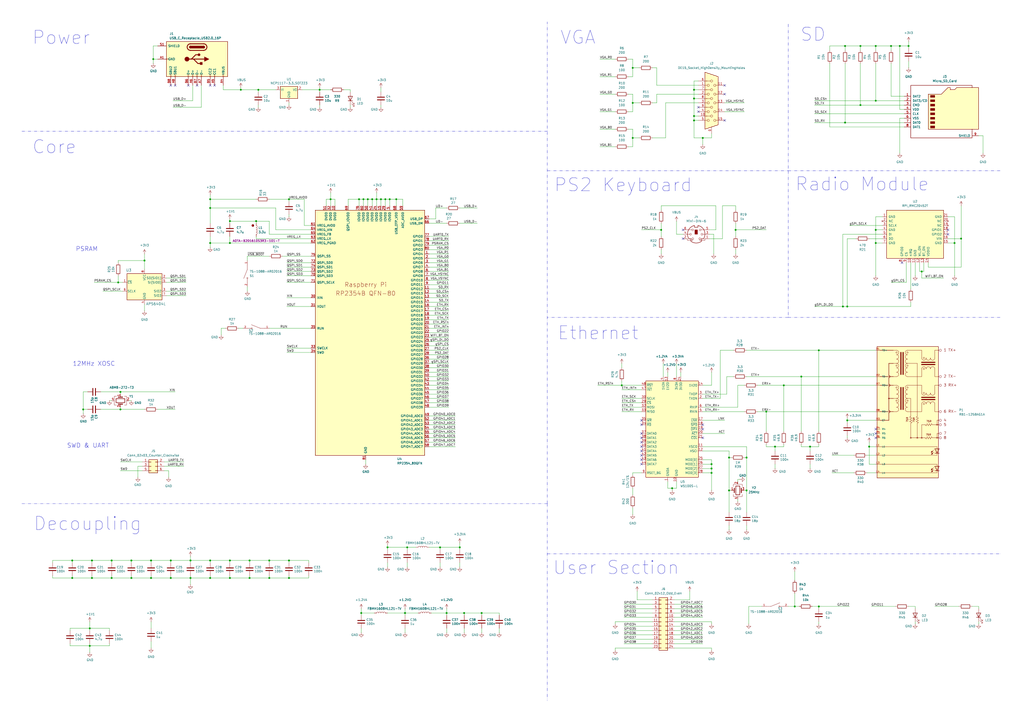
<source format=kicad_sch>
(kicad_sch (version 20250114) (generator "eeschema") (generator_version "9.0")
  (paper "A2")
  (title_block (title "GeT Computer v0.1") (date "2025-12-26") (rev "1") (company "Artur Twardzik"))
  (circle (center 146.685 130.81) (radius 0.635) (stroke (width 0) (color 132 0 0 1)) (fill (type color) (color 132 0 0 1)))
  (text "VGA" (at 335.28 21.844 0) (effects (font (size 7.62 7.62))))
  (text "12MHz XOSC" (at 42.164 212.598 0) (effects (font (size 2.54 2.54)) (justify left bottom)))
  (text "SWD & UART" (at 51.054 258.572 0) (effects (font (size 2.54 2.54))))
  (text "Power" (at 18.542 26.416 0) (effects (font (size 7.62 7.62)) (justify left bottom)))
  (text "PS2 Keyboard" (at 361.442 107.442 0) (effects (font (size 7.62 7.62))))
  (text "Core" (at 31.496 85.344 0) (effects (font (size 7.62 7.62))))
  (text "Ethernet" (at 346.964 193.294 0) (effects (font (size 7.62 7.62))))
  (text "User Section" (at 357.378 329.438 0) (effects (font (size 7.62 7.62))))
  (text "Decoupling\n" (at 19.304 308.356 0) (effects (font (size 7.62 7.62)) (justify left bottom)))
  (text "Radio Module" (at 500.126 106.934 0) (effects (font (size 7.62 7.62))))
  (text "PSRAM" (at 43.942 146.05 0) (effects (font (size 2.54 2.54)) (justify left bottom)))
  (text "SD" (at 471.678 20.066 0) (effects (font (size 7.62 7.62))))
  (junction (at 383.54 133.35))
  (junction (at 412.75 269.24))
  (junction (at 76.2 325.12))
  (junction (at 279.4 355.6))
  (junction (at 412.75 274.32))
  (junction (at 499.11 60.96))
  (junction (at 76.2 335.28))
  (junction (at 41.91 325.12))
  (junction (at 449.58 259.08))
  (junction (at 53.34 325.12))
  (junction (at 534.67 157.48))
  (junction (at 553.72 140.97))
  (junction (at 224.79 317.5))
  (junction (at 407.67 80.01))
  (junction (at 87.63 335.28))
  (junction (at 87.63 325.12))
  (junction (at 148.59 128.27))
  (junction (at 69.85 227.33))
  (junction (at 236.22 317.5))
  (junction (at 490.22 71.12))
  (junction (at 121.92 115.57))
  (junction (at 110.49 335.28))
  (junction (at 454.66 223.52))
  (junction (at 167.64 325.12))
  (junction (at 422.91 265.43))
  (junction (at 133.35 128.27))
  (junction (at 490.22 26.67))
  (junction (at 508 140.97))
  (junction (at 464.82 218.44))
  (junction (at 422.91 284.48))
  (junction (at 499.11 26.67))
  (junction (at 226.06 115.57))
  (junction (at 367.03 39.37))
  (junction (at 255.27 317.5))
  (junction (at 461.01 351.79))
  (junction (at 508 26.67))
  (junction (at 48.26 237.49))
  (junction (at 156.21 325.12))
  (junction (at 68.58 163.83))
  (junction (at 167.64 115.57))
  (junction (at 149.86 52.07))
  (junction (at 367.03 59.69))
  (junction (at 402.59 67.31))
  (junction (at 110.49 325.12))
  (junction (at 229.87 115.57))
  (junction (at 52.07 374.65))
  (junction (at 491.49 177.8))
  (junction (at 209.55 355.6))
  (junction (at 218.44 115.57))
  (junction (at 121.92 325.12))
  (junction (at 64.77 325.12))
  (junction (at 53.34 335.28))
  (junction (at 99.06 325.12))
  (junction (at 69.85 237.49))
  (junction (at 121.92 120.65))
  (junction (at 99.06 335.28))
  (junction (at 133.35 325.12))
  (junction (at 367.03 80.01))
  (junction (at 83.82 151.13))
  (junction (at 223.52 115.57))
  (junction (at 139.7 52.07))
  (junction (at 41.91 335.28))
  (junction (at 402.59 52.07))
  (junction (at 144.78 335.28))
  (junction (at 402.59 57.15))
  (junction (at 521.97 26.67))
  (junction (at 88.9 34.29))
  (junction (at 474.98 351.79))
  (junction (at 516.89 26.67))
  (junction (at 433.07 284.48))
  (junction (at 488.95 177.8))
  (junction (at 133.35 335.28))
  (junction (at 167.64 335.28))
  (junction (at 491.49 243.84))
  (junction (at 213.36 115.57))
  (junction (at 156.21 335.28))
  (junction (at 433.07 265.43))
  (junction (at 133.35 140.97))
  (junction (at 412.75 271.78))
  (junction (at 474.98 203.2))
  (junction (at 360.68 223.52))
  (junction (at 215.9 115.57))
  (junction (at 121.92 140.97))
  (junction (at 469.9 259.08))
  (junction (at 266.7 317.5))
  (junction (at 234.95 355.6))
  (junction (at 508 133.35))
  (junction (at 504.19 259.08))
  (junction (at 52.07 364.49))
  (junction (at 208.28 115.57))
  (junction (at 220.98 115.57))
  (junction (at 389.89 283.21))
  (junction (at 508 58.42))
  (junction (at 259.08 355.6))
  (junction (at 269.24 355.6))
  (junction (at 444.5 238.76))
  (junction (at 191.77 115.57))
  (junction (at 557.53 138.43))
  (junction (at 402.59 69.85))
  (junction (at 527.05 26.67))
  (junction (at 64.77 335.28))
  (junction (at 185.42 52.07))
  (junction (at 144.78 325.12))
  (junction (at 426.72 133.35))
  (junction (at 210.82 115.57))
  (junction (at 121.92 335.28))
  (no_connect (at 372.11 259.08))
  (no_connect (at 101.6 49.53))
  (no_connect (at 396.24 138.43))
  (no_connect (at 124.46 49.53))
  (no_connect (at 523.24 152.4))
  (no_connect (at 508 248.92))
  (no_connect (at 407.67 254))
  (no_connect (at 372.11 269.24))
  (no_connect (at 420.37 49.53))
  (no_connect (at 405.13 64.77))
  (no_connect (at 549.91 135.89))
  (no_connect (at 508 254))
  (no_connect (at 396.24 133.35))
  (no_connect (at 372.11 261.62))
  (no_connect (at 99.06 49.53))
  (no_connect (at 420.37 69.85))
  (no_connect (at 549.91 133.35))
  (no_connect (at 372.11 266.7))
  (no_connect (at 420.37 54.61))
  (no_connect (at 372.11 256.54))
  (no_connect (at 405.13 62.23))
  (no_connect (at 372.11 264.16))
  (no_connect (at 508 251.46))
  (no_connect (at 372.11 254))
  (no_connect (at 372.11 246.38))
  (no_connect (at 121.92 49.53))
  (no_connect (at 372.11 243.84))
  (no_connect (at 114.3 49.53))
  (no_connect (at 109.22 49.53))
  (no_connect (at 372.11 251.46))
  (no_connect (at 407.67 246.38))
  (no_connect (at 407.67 248.92))
  (wire (pts (xy 279.4 355.6) (xy 269.24 355.6)))
  (wire (pts (xy 530.86 160.02) (xy 530.86 152.4)))
  (wire (pts (xy 266.7 317.5) (xy 266.7 318.77)))
  (wire (pts (xy 121.92 140.97) (xy 133.35 140.97)))
  (wire (pts (xy 63.5 374.65) (xy 63.5 373.38)))
  (wire (pts (xy 248.92 195.58) (xy 260.35 195.58)))
  (wire (pts (xy 360.68 210.82) (xy 360.68 213.36)))
  (wire (pts (xy 110.49 326.39) (xy 110.49 325.12)))
  (wire (pts (xy 203.2 62.23) (xy 203.2 60.96)))
  (wire (pts (xy 481.33 73.66) (xy 481.33 36.83)))
  (wire (pts (xy 167.64 334.01) (xy 167.64 335.28)))
  (wire (pts (xy 224.79 317.5) (xy 224.79 318.77)))
  (wire (pts (xy 121.92 115.57) (xy 148.59 115.57)))
  (wire (pts (xy 491.49 243.84) (xy 491.49 242.57)))
  (wire (pts (xy 144.78 325.12) (xy 144.78 326.39)))
  (wire (pts (xy 30.48 334.01) (xy 30.48 335.28)))
  (wire (pts (xy 185.42 52.07) (xy 185.42 50.8)))
  (wire (pts (xy 426.72 121.92) (xy 426.72 119.38)))
  (wire (pts (xy 116.84 49.53) (xy 116.84 62.23)))
  (wire (pts (xy 420.37 59.69) (xy 431.8 59.69)))
  (wire (pts (xy 508 26.67) (xy 508 29.21)))
  (wire (pts (xy 346.71 223.52) (xy 360.68 223.52)))
  (wire (pts (xy 224.79 326.39) (xy 224.79 328.93)))
  (wire (pts (xy 53.34 326.39) (xy 53.34 325.12)))
  (wire (pts (xy 411.48 135.89) (xy 414.02 135.89)))
  (wire (pts (xy 481.33 29.21) (xy 481.33 26.67)))
  (wire (pts (xy 133.35 335.28) (xy 144.78 335.28)))
  (wire (pts (xy 156.21 326.39) (xy 156.21 325.12)))
  (wire (pts (xy 538.48 152.4) (xy 538.48 154.94)))
  (wire (pts (xy 166.37 154.94) (xy 180.34 154.94)))
  (wire (pts (xy 87.63 335.28) (xy 76.2 335.28)))
  (wire (pts (xy 516.89 26.67) (xy 508 26.67)))
  (wire (pts (xy 236.22 328.93) (xy 236.22 326.39)))
  (wire (pts (xy 110.49 339.09) (xy 110.49 335.28)))
  (wire (pts (xy 259.08 355.6) (xy 259.08 356.87)))
  (wire (pts (xy 121.92 325.12) (xy 133.35 325.12)))
  (wire (pts (xy 535.94 152.4) (xy 535.94 157.48)))
  (wire (pts (xy 542.29 351.79) (xy 556.26 351.79)))
  (wire (pts (xy 417.83 203.2) (xy 417.83 231.14)))
  (wire (pts (xy 121.92 120.65) (xy 121.92 129.54)))
  (wire (pts (xy 481.33 26.67) (xy 490.22 26.67)))
  (wire (pts (xy 83.82 180.34) (xy 83.82 176.53)))
  (wire (pts (xy 106.68 270.51) (xy 95.25 270.51)))
  (wire (pts (xy 361.95 373.38) (xy 378.46 373.38)))
  (wire (pts (xy 433.07 259.08) (xy 433.07 265.43)))
  (wire (pts (xy 405.13 52.07) (xy 402.59 52.07)))
  (wire (pts (xy 381 49.53) (xy 405.13 49.53)))
  (wire (pts (xy 474.98 351.79) (xy 492.76 351.79)))
  (wire (pts (xy 133.35 128.27) (xy 148.59 128.27)))
  (wire (pts (xy 266.7 120.65) (xy 276.86 120.65)))
  (wire (pts (xy 420.37 64.77) (xy 431.8 64.77)))
  (wire (pts (xy 63.5 365.76) (xy 63.5 364.49)))
  (wire (pts (xy 52.07 365.76) (xy 52.07 364.49)))
  (wire (pts (xy 367.03 34.29) (xy 367.03 39.37)))
  (wire (pts (xy 248.92 129.54) (xy 259.08 129.54)))
  (wire (pts (xy 414.02 135.89) (xy 414.02 147.32)))
  (wire (pts (xy 52.07 360.68) (xy 52.07 364.49)))
  (wire (pts (xy 508 269.24) (xy 504.19 269.24)))
  (wire (pts (xy 405.13 46.99) (xy 402.59 46.99)))
  (wire (pts (xy 534.67 157.48) (xy 534.67 161.29)))
  (wire (pts (xy 422.91 284.48) (xy 424.18 284.48)))
  (polyline (pts (xy 317.5 292.1) (xy 317.5 12.7)) (stroke (width 0) (type dash_dot_dot)))
  (wire (pts (xy 356.87 360.68) (xy 356.87 361.95)))
  (wire (pts (xy 139.7 50.8) (xy 139.7 52.07)))
  (wire (pts (xy 191.77 115.57) (xy 194.31 115.57)))
  (wire (pts (xy 433.07 284.48) (xy 431.8 284.48)))
  (wire (pts (xy 167.64 59.69) (xy 167.64 60.96)))
  (wire (pts (xy 383.54 133.35) (xy 383.54 129.54)))
  (wire (pts (xy 248.92 246.38) (xy 264.16 246.38)))
  (wire (pts (xy 378.46 375.92) (xy 356.87 375.92)))
  (wire (pts (xy 444.5 238.76) (xy 444.5 250.19)))
  (wire (pts (xy 511.81 125.73) (xy 508 125.73)))
  (wire (pts (xy 405.13 57.15) (xy 402.59 57.15)))
  (wire (pts (xy 100.33 58.42) (xy 111.76 58.42)))
  (wire (pts (xy 502.92 274.32) (xy 508 274.32)))
  (wire (pts (xy 391.16 358.14) (xy 407.67 358.14)))
  (wire (pts (xy 248.92 127) (xy 252.73 127)))
  (wire (pts (xy 378.46 59.69) (xy 381 59.69)))
  (wire (pts (xy 71.12 168.91) (xy 59.69 168.91)))
  (wire (pts (xy 175.26 52.07) (xy 185.42 52.07)))
  (wire (pts (xy 386.08 80.01) (xy 386.08 59.69)))
  (wire (pts (xy 444.5 238.76) (xy 508 238.76)))
  (wire (pts (xy 64.77 325.12) (xy 76.2 325.12)))
  (wire (pts (xy 491.49 254) (xy 491.49 252.73)))
  (wire (pts (xy 167.64 125.73) (xy 167.64 124.46)))
  (wire (pts (xy 179.07 326.39) (xy 179.07 325.12)))
  (wire (pts (xy 449.58 259.08) (xy 454.66 259.08)))
  (wire (pts (xy 234.95 355.6) (xy 234.95 356.87)))
  (wire (pts (xy 248.92 210.82) (xy 260.35 210.82)))
  (wire (pts (xy 91.44 34.29) (xy 88.9 34.29)))
  (wire (pts (xy 52.07 364.49) (xy 63.5 364.49)))
  (wire (pts (xy 407.67 269.24) (xy 412.75 269.24)))
  (wire (pts (xy 387.35 215.9) (xy 387.35 218.44)))
  (wire (pts (xy 367.03 59.69) (xy 370.84 59.69)))
  (wire (pts (xy 383.54 147.32) (xy 383.54 144.78)))
  (wire (pts (xy 248.92 172.72) (xy 260.35 172.72)))
  (wire (pts (xy 48.26 227.33) (xy 48.26 237.49)))
  (wire (pts (xy 391.16 363.22) (xy 407.67 363.22)))
  (wire (pts (xy 381 59.69) (xy 381 54.61)))
  (wire (pts (xy 367.03 80.01) (xy 370.84 80.01)))
  (wire (pts (xy 248.92 228.6) (xy 260.35 228.6)))
  (wire (pts (xy 248.92 182.88) (xy 260.35 182.88)))
  (wire (pts (xy 248.92 248.92) (xy 264.16 248.92)))
  (wire (pts (xy 148.59 128.27) (xy 148.59 129.54)))
  (wire (pts (xy 138.43 190.5) (xy 140.97 190.5)))
  (wire (pts (xy 474.98 203.2) (xy 474.98 250.19)))
  (wire (pts (xy 391.16 370.84) (xy 407.67 370.84)))
  (wire (pts (xy 121.92 113.03) (xy 121.92 115.57)))
  (wire (pts (xy 248.92 167.64) (xy 260.35 167.64)))
  (wire (pts (xy 347.98 34.29) (xy 356.87 34.29)))
  (wire (pts (xy 53.34 325.12) (xy 64.77 325.12)))
  (wire (pts (xy 248.92 139.7) (xy 260.35 139.7)))
  (wire (pts (xy 383.54 137.16) (xy 383.54 133.35)))
  (wire (pts (xy 250.19 355.6) (xy 259.08 355.6)))
  (wire (pts (xy 422.91 265.43) (xy 424.18 265.43)))
  (wire (pts (xy 508 140.97) (xy 508 160.02)))
  (wire (pts (xy 248.92 236.22) (xy 260.35 236.22)))
  (wire (pts (xy 255.27 328.93) (xy 255.27 326.39)))
  (wire (pts (xy 530.86 361.95) (xy 530.86 360.68)))
  (wire (pts (xy 133.35 325.12) (xy 144.78 325.12)))
  (wire (pts (xy 488.95 177.8) (xy 491.49 177.8)))
  (wire (pts (xy 144.78 335.28) (xy 156.21 335.28)))
  (wire (pts (xy 521.97 26.67) (xy 527.05 26.67)))
  (wire (pts (xy 95.25 273.05) (xy 97.79 273.05)))
  (wire (pts (xy 248.92 215.9) (xy 260.35 215.9)))
  (wire (pts (xy 417.83 231.14) (xy 407.67 231.14)))
  (wire (pts (xy 266.7 314.96) (xy 266.7 317.5)))
  (wire (pts (xy 64.77 335.28) (xy 53.34 335.28)))
  (wire (pts (xy 433.07 218.44) (xy 464.82 218.44)))
  (wire (pts (xy 191.77 111.76) (xy 191.77 115.57)))
  (wire (pts (xy 402.59 57.15) (xy 402.59 67.31)))
  (wire (pts (xy 386.08 59.69) (xy 405.13 59.69)))
  (wire (pts (xy 179.07 325.12) (xy 167.64 325.12)))
  (wire (pts (xy 160.02 120.65) (xy 160.02 133.35)))
  (wire (pts (xy 360.68 231.14) (xy 372.11 231.14)))
  (wire (pts (xy 361.95 370.84) (xy 378.46 370.84)))
  (wire (pts (xy 527.05 26.67) (xy 527.05 27.94)))
  (wire (pts (xy 407.67 251.46) (xy 420.37 251.46)))
  (wire (pts (xy 490.22 29.21) (xy 490.22 26.67)))
  (wire (pts (xy 405.13 69.85) (xy 402.59 69.85)))
  (wire (pts (xy 521.97 68.58) (xy 521.97 88.9)))
  (wire (pts (xy 30.48 326.39) (xy 30.48 325.12)))
  (wire (pts (xy 567.69 78.74) (xy 570.23 78.74)))
  (wire (pts (xy 439.42 223.52) (xy 454.66 223.52)))
  (wire (pts (xy 527.05 35.56) (xy 527.05 39.37)))
  (wire (pts (xy 40.64 364.49) (xy 52.07 364.49)))
  (wire (pts (xy 389.89 283.21) (xy 392.43 283.21)))
  (wire (pts (xy 400.05 347.98) (xy 400.05 342.9)))
  (wire (pts (xy 474.98 257.81) (xy 474.98 259.08)))
  (wire (pts (xy 490.22 36.83) (xy 490.22 71.12)))
  (wire (pts (xy 220.98 50.8) (xy 220.98 53.34)))
  (wire (pts (xy 248.92 231.14) (xy 260.35 231.14)))
  (wire (pts (xy 68.58 160.02) (xy 68.58 163.83)))
  (wire (pts (xy 110.49 322.58) (xy 110.49 325.12)))
  (wire (pts (xy 391.16 350.52) (xy 407.67 350.52)))
  (wire (pts (xy 378.46 39.37) (xy 381 39.37)))
  (wire (pts (xy 252.73 120.65) (xy 259.08 120.65)))
  (wire (pts (xy 76.2 326.39) (xy 76.2 325.12)))
  (wire (pts (xy 472.44 58.42) (xy 508 58.42)))
  (wire (pts (xy 80.01 270.51) (xy 80.01 276.86)))
  (wire (pts (xy 496.57 138.43) (xy 491.49 138.43)))
  (wire (pts (xy 508 259.08) (xy 504.19 259.08)))
  (wire (pts (xy 521.97 63.5) (xy 521.97 26.67)))
  (wire (pts (xy 372.11 274.32) (xy 367.03 274.32)))
  (wire (pts (xy 248.92 162.56) (xy 260.35 162.56)))
  (wire (pts (xy 41.91 334.01) (xy 41.91 335.28)))
  (wire (pts (xy 434.34 351.79) (xy 441.96 351.79)))
  (wire (pts (xy 367.03 54.61) (xy 367.03 59.69)))
  (wire (pts (xy 203.2 52.07) (xy 203.2 53.34)))
  (wire (pts (xy 248.92 213.36) (xy 260.35 213.36)))
  (wire (pts (xy 534.67 157.48) (xy 533.4 157.48)))
  (wire (pts (xy 427.99 223.52) (xy 427.99 236.22)))
  (wire (pts (xy 364.49 54.61) (xy 367.03 54.61)))
  (wire (pts (xy 289.56 367.03) (xy 289.56 364.49)))
  (wire (pts (xy 530.86 351.79) (xy 530.86 353.06)))
  (wire (pts (xy 360.68 238.76) (xy 372.11 238.76)))
  (wire (pts (xy 248.92 193.04) (xy 260.35 193.04)))
  (wire (pts (xy 148.59 138.43) (xy 148.59 137.16)))
  (wire (pts (xy 391.16 360.68) (xy 412.75 360.68)))
  (wire (pts (xy 248.92 165.1) (xy 260.35 165.1)))
  (wire (pts (xy 143.51 166.37) (xy 143.51 168.91)))
  (wire (pts (xy 402.59 80.01) (xy 407.67 80.01)))
  (wire (pts (xy 570.23 78.74) (xy 570.23 88.9)))
  (wire (pts (xy 209.55 355.6) (xy 209.55 356.87)))
  (wire (pts (xy 156.21 334.01) (xy 156.21 335.28)))
  (wire (pts (xy 210.82 115.57) (xy 210.82 119.38)))
  (wire (pts (xy 223.52 115.57) (xy 223.52 119.38)))
  (wire (pts (xy 121.92 140.97) (xy 121.92 143.51)))
  (wire (pts (xy 233.68 115.57) (xy 233.68 119.38)))
  (wire (pts (xy 99.06 334.01) (xy 99.06 335.28)))
  (wire (pts (xy 407.67 259.08) (xy 433.07 259.08)))
  (wire (pts (xy 364.49 44.45) (xy 367.03 44.45)))
  (wire (pts (xy 40.64 365.76) (xy 40.64 364.49)))
  (wire (pts (xy 360.68 236.22) (xy 372.11 236.22)))
  (wire (pts (xy 422.91 265.43) (xy 422.91 284.48)))
  (wire (pts (xy 50.8 237.49) (xy 48.26 237.49)))
  (wire (pts (xy 524.51 68.58) (xy 521.97 68.58)))
  (wire (pts (xy 427.99 289.56) (xy 427.99 290.83)))
  (wire (pts (xy 426.72 133.35) (xy 444.5 133.35)))
  (wire (pts (xy 63.5 232.41) (xy 64.77 232.41)))
  (wire (pts (xy 160.02 52.07) (xy 149.86 52.07)))
  (wire (pts (xy 421.64 228.6) (xy 421.64 218.44)))
  (wire (pts (xy 121.92 120.65) (xy 160.02 120.65)))
  (wire (pts (xy 367.03 39.37) (xy 370.84 39.37)))
  (wire (pts (xy 504.19 269.24) (xy 504.19 259.08)))
  (wire (pts (xy 248.92 190.5) (xy 260.35 190.5)))
  (wire (pts (xy 394.97 218.44) (xy 394.97 215.9)))
  (wire (pts (xy 209.55 355.6) (xy 217.17 355.6)))
  (wire (pts (xy 201.93 115.57) (xy 208.28 115.57)))
  (polyline (pts (xy 457.2 184.15) (xy 317.5 184.15)) (stroke (width 0) (type dash_dot_dot)))
  (wire (pts (xy 107.95 168.91) (xy 96.52 168.91)))
  (wire (pts (xy 405.13 67.31) (xy 402.59 67.31)))
  (wire (pts (xy 427.99 223.52) (xy 431.8 223.52)))
  (wire (pts (xy 449.58 259.08) (xy 449.58 261.62)))
  (wire (pts (xy 83.82 147.32) (xy 83.82 151.13)))
  (wire (pts (xy 41.91 325.12) (xy 53.34 325.12)))
  (wire (pts (xy 64.77 334.01) (xy 64.77 335.28)))
  (wire (pts (xy 143.51 148.59) (xy 143.51 151.13)))
  (wire (pts (xy 557.53 138.43) (xy 557.53 119.38)))
  (wire (pts (xy 422.91 307.34) (xy 422.91 304.8)))
  (wire (pts (xy 266.7 129.54) (xy 276.86 129.54)))
  (wire (pts (xy 567.69 351.79) (xy 567.69 353.06)))
  (wire (pts (xy 52.07 373.38) (xy 52.07 374.65)))
  (wire (pts (xy 508 133.35) (xy 511.81 133.35)))
  (wire (pts (xy 212.09 266.7) (xy 212.09 269.24)))
  (wire (pts (xy 148.59 138.43) (xy 180.34 138.43)))
  (wire (pts (xy 472.44 177.8) (xy 488.95 177.8)))
  (wire (pts (xy 50.8 227.33) (xy 48.26 227.33)))
  (wire (pts (xy 474.98 360.68) (xy 474.98 361.95)))
  (wire (pts (xy 426.72 119.38) (xy 419.1 119.38)))
  (wire (pts (xy 58.42 227.33) (xy 69.85 227.33)))
  (wire (pts (xy 505.46 351.79) (xy 519.43 351.79)))
  (wire (pts (xy 248.92 175.26) (xy 260.35 175.26)))
  (wire (pts (xy 156.21 190.5) (xy 180.34 190.5)))
  (wire (pts (xy 502.92 264.16) (xy 508 264.16)))
  (wire (pts (xy 369.57 342.9) (xy 369.57 347.98)))
  (wire (pts (xy 69.85 227.33) (xy 101.6 227.33)))
  (wire (pts (xy 167.64 115.57) (xy 167.64 116.84)))
  (wire (pts (xy 383.54 119.38) (xy 415.29 119.38)))
  (wire (pts (xy 191.77 115.57) (xy 191.77 119.38)))
  (wire (pts (xy 248.92 317.5) (xy 255.27 317.5)))
  (wire (pts (xy 490.22 71.12) (xy 524.51 71.12)))
  (wire (pts (xy 218.44 115.57) (xy 220.98 115.57)))
  (wire (pts (xy 360.68 226.06) (xy 372.11 226.06)))
  (wire (pts (xy 248.92 180.34) (xy 260.35 180.34)))
  (wire (pts (xy 508 125.73) (xy 508 133.35)))
  (wire (pts (xy 482.6 274.32) (xy 495.3 274.32)))
  (wire (pts (xy 48.26 237.49) (xy 48.26 240.03)))
  (wire (pts (xy 121.92 115.57) (xy 121.92 120.65)))
  (wire (pts (xy 129.54 52.07) (xy 139.7 52.07)))
  (wire (pts (xy 279.4 356.87) (xy 279.4 355.6)))
  (wire (pts (xy 121.92 325.12) (xy 121.92 326.39)))
  (wire (pts (xy 391.16 355.6) (xy 407.67 355.6)))
  (wire (pts (xy 229.87 115.57) (xy 229.87 119.38)))
  (wire (pts (xy 156.21 128.27) (xy 148.59 128.27)))
  (wire (pts (xy 364.49 85.09) (xy 367.03 85.09)))
  (wire (pts (xy 367.03 287.02) (xy 367.03 283.21)))
  (wire (pts (xy 444.5 259.08) (xy 449.58 259.08)))
  (wire (pts (xy 391.16 365.76) (xy 407.67 365.76)))
  (wire (pts (xy 378.46 360.68) (xy 356.87 360.68)))
  (wire (pts (xy 121.92 137.16) (xy 121.92 140.97)))
  (wire (pts (xy 269.24 355.6) (xy 259.08 355.6)))
  (wire (pts (xy 279.4 367.03) (xy 279.4 364.49)))
  (wire (pts (xy 392.43 135.89) (xy 392.43 128.27)))
  (wire (pts (xy 248.92 203.2) (xy 260.35 203.2)))
  (wire (pts (xy 68.58 152.4) (xy 68.58 151.13)))
  (wire (pts (xy 381 54.61) (xy 405.13 54.61)))
  (wire (pts (xy 69.85 237.49) (xy 83.82 237.49)))
  (wire (pts (xy 504.19 259.08) (xy 504.19 256.54)))
  (wire (pts (xy 248.92 218.44) (xy 260.35 218.44)))
  (wire (pts (xy 491.49 243.84) (xy 508 243.84)))
  (wire (pts (xy 347.98 64.77) (xy 356.87 64.77)))
  (wire (pts (xy 524.51 55.88) (xy 516.89 55.88)))
  (wire (pts (xy 144.78 325.12) (xy 156.21 325.12)))
  (wire (pts (xy 347.98 85.09) (xy 356.87 85.09)))
  (wire (pts (xy 481.33 73.66) (xy 524.51 73.66)))
  (wire (pts (xy 226.06 115.57) (xy 226.06 119.38)))
  (wire (pts (xy 133.35 334.01) (xy 133.35 335.28)))
  (wire (pts (xy 76.2 335.28) (xy 64.77 335.28)))
  (wire (pts (xy 248.92 170.18) (xy 260.35 170.18)))
  (wire (pts (xy 402.59 67.31) (xy 402.59 69.85)))
  (wire (pts (xy 527.05 351.79) (xy 530.86 351.79)))
  (wire (pts (xy 248.92 177.8) (xy 260.35 177.8)))
  (wire (pts (xy 209.55 367.03) (xy 209.55 364.49)))
  (wire (pts (xy 412.75 269.24) (xy 412.75 271.78)))
  (wire (pts (xy 248.92 187.96) (xy 260.35 187.96)))
  (wire (pts (xy 383.54 121.92) (xy 383.54 119.38)))
  (wire (pts (xy 488.95 135.89) (xy 488.95 177.8)))
  (wire (pts (xy 236.22 317.5) (xy 224.79 317.5)))
  (wire (pts (xy 516.89 163.83) (xy 525.78 163.83)))
  (wire (pts (xy 454.66 223.52) (xy 454.66 250.19)))
  (wire (pts (xy 248.92 152.4) (xy 260.35 152.4)))
  (wire (pts (xy 180.34 135.89) (xy 156.21 135.89)))
  (wire (pts (xy 139.7 52.07) (xy 149.86 52.07)))
  (wire (pts (xy 248.92 185.42) (xy 260.35 185.42)))
  (wire (pts (xy 180.34 201.93) (xy 166.37 201.93)))
  (wire (pts (xy 133.35 140.97) (xy 180.34 140.97)))
  (wire (pts (xy 180.34 163.83) (xy 166.37 163.83)))
  (wire (pts (xy 248.92 198.12) (xy 260.35 198.12)))
  (wire (pts (xy 360.68 233.68) (xy 372.11 233.68)))
  (wire (pts (xy 378.46 347.98) (xy 369.57 347.98)))
  (wire (pts (xy 474.98 203.2) (xy 508 203.2)))
  (wire (pts (xy 220.98 115.57) (xy 220.98 119.38)))
  (wire (pts (xy 176.53 115.57) (xy 176.53 130.81)))
  (wire (pts (xy 259.08 353.06) (xy 259.08 355.6)))
  (wire (pts (xy 516.89 26.67) (xy 521.97 26.67)))
  (wire (pts (xy 433.07 284.48) (xy 433.07 297.18)))
  (wire (pts (xy 248.92 142.24) (xy 260.35 142.24)))
  (wire (pts (xy 248.92 226.06) (xy 260.35 226.06)))
  (wire (pts (xy 389.89 283.21) (xy 389.89 284.48)))
  (wire (pts (xy 457.2 351.79) (xy 461.01 351.79)))
  (wire (pts (xy 248.92 200.66) (xy 260.35 200.66)))
  (wire (pts (xy 360.68 220.98) (xy 360.68 223.52)))
  (wire (pts (xy 121.92 335.28) (xy 133.35 335.28)))
  (wire (pts (xy 361.95 353.06) (xy 378.46 353.06)))
  (wire (pts (xy 499.11 60.96) (xy 524.51 60.96)))
  (wire (pts (xy 110.49 325.12) (xy 99.06 325.12)))
  (wire (pts (xy 100.33 62.23) (xy 116.84 62.23)))
  (wire (pts (xy 407.67 223.52) (xy 412.75 223.52)))
  (wire (pts (xy 347.98 54.61) (xy 356.87 54.61)))
  (wire (pts (xy 364.49 74.93) (xy 367.03 74.93)))
  (wire (pts (xy 412.75 271.78) (xy 412.75 274.32)))
  (wire (pts (xy 516.89 55.88) (xy 516.89 36.83)))
  (wire (pts (xy 149.86 53.34) (xy 149.86 52.07)))
  (wire (pts (xy 367.03 274.32) (xy 367.03 275.59)))
  (wire (pts (xy 87.63 372.11) (xy 87.63 375.92)))
  (wire (pts (xy 508 133.35) (xy 508 140.97)))
  (wire (pts (xy 259.08 367.03) (xy 259.08 364.49)))
  (wire (pts (xy 248.92 208.28) (xy 260.35 208.28)))
  (wire (pts (xy 194.31 115.57) (xy 194.31 119.38)))
  (wire (pts (xy 99.06 335.28) (xy 87.63 335.28)))
  (wire (pts (xy 412.75 80.01) (xy 412.75 77.47)))
  (wire (pts (xy 107.95 161.29) (xy 96.52 161.29)))
  (wire (pts (xy 111.76 49.53) (xy 111.76 58.42)))
  (wire (pts (xy 391.16 347.98) (xy 400.05 347.98)))
  (polyline (pts (xy 12.7 76.2) (xy 317.5 76.2)) (stroke (width 0) (type dash_dot_dot)))
  (wire (pts (xy 215.9 115.57) (xy 218.44 115.57)))
  (wire (pts (xy 511.81 135.89) (xy 488.95 135.89)))
  (wire (pts (xy 461.01 331.47) (xy 461.01 336.55)))
  (wire (pts (xy 234.95 355.6) (xy 242.57 355.6)))
  (wire (pts (xy 163.83 148.59) (xy 180.34 148.59)))
  (wire (pts (xy 525.78 152.4) (xy 525.78 163.83)))
  (wire (pts (xy 387.35 283.21) (xy 389.89 283.21)))
  (wire (pts (xy 392.43 210.82) (xy 392.43 218.44)))
  (wire (pts (xy 454.66 257.81) (xy 454.66 259.08)))
  (wire (pts (xy 534.67 161.29) (xy 547.37 161.29)))
  (wire (pts (xy 391.16 368.3) (xy 407.67 368.3)))
  (wire (pts (xy 524.51 58.42) (xy 508 58.42)))
  (wire (pts (xy 201.93 115.57) (xy 201.93 119.38)))
  (wire (pts (xy 412.75 223.52) (xy 412.75 215.9)))
  (wire (pts (xy 156.21 115.57) (xy 167.64 115.57)))
  (wire (pts (xy 87.63 360.68) (xy 87.63 364.49)))
  (wire (pts (xy 106.68 267.97) (xy 95.25 267.97)))
  (wire (pts (xy 508 140.97) (xy 511.81 140.97)))
  (wire (pts (xy 367.03 294.64) (xy 367.03 298.45)))
  (wire (pts (xy 433.07 265.43) (xy 433.07 284.48)))
  (wire (pts (xy 364.49 34.29) (xy 367.03 34.29)))
  (wire (pts (xy 52.07 374.65) (xy 63.5 374.65)))
  (wire (pts (xy 533.4 152.4) (xy 533.4 157.48)))
  (wire (pts (xy 133.35 325.12) (xy 133.35 326.39)))
  (wire (pts (xy 255.27 317.5) (xy 255.27 318.77)))
  (wire (pts (xy 527.05 24.13) (xy 527.05 26.67)))
  (wire (pts (xy 234.95 353.06) (xy 234.95 355.6)))
  (wire (pts (xy 269.24 367.03) (xy 269.24 364.49)))
  (wire (pts (xy 167.64 115.57) (xy 176.53 115.57)))
  (wire (pts (xy 248.92 251.46) (xy 264.16 251.46)))
  (wire (pts (xy 88.9 26.67) (xy 91.44 26.67)))
  (wire (pts (xy 444.5 257.81) (xy 444.5 259.08)))
  (wire (pts (xy 553.72 125.73) (xy 553.72 140.97)))
  (wire (pts (xy 180.34 177.8) (xy 166.37 177.8)))
  (wire (pts (xy 391.16 353.06) (xy 407.67 353.06)))
  (wire (pts (xy 41.91 335.28) (xy 30.48 335.28)))
  (wire (pts (xy 434.34 361.95) (xy 434.34 351.79)))
  (wire (pts (xy 52.07 378.46) (xy 52.07 374.65)))
  (wire (pts (xy 524.51 63.5) (xy 521.97 63.5)))
  (polyline (pts (xy 457.2 13.97) (xy 457.2 99.06)) (stroke (width 0) (type dash_dot_dot)))
  (wire (pts (xy 464.82 257.81) (xy 464.82 259.08)))
  (wire (pts (xy 229.87 115.57) (xy 233.68 115.57)))
  (wire (pts (xy 464.82 218.44) (xy 464.82 250.19)))
  (wire (pts (xy 367.03 39.37) (xy 367.03 44.45)))
  (wire (pts (xy 160.02 133.35) (xy 180.34 133.35)))
  (wire (pts (xy 248.92 137.16) (xy 260.35 137.16)))
  (wire (pts (xy 88.9 26.67) (xy 88.9 34.29)))
  (wire (pts (xy 166.37 160.02) (xy 180.34 160.02)))
  (wire (pts (xy 121.92 334.01) (xy 121.92 335.28)))
  (wire (pts (xy 557.53 154.94) (xy 557.53 138.43)))
  (wire (pts (xy 347.98 44.45) (xy 356.87 44.45)))
  (wire (pts (xy 431.8 265.43) (xy 433.07 265.43)))
  (polyline (pts (xy 317.5 321.31) (xy 580.39 321.31)) (stroke (width 0) (type dash_dot_dot)))
  (wire (pts (xy 83.82 151.13) (xy 83.82 156.21)))
  (wire (pts (xy 209.55 353.06) (xy 209.55 355.6)))
  (wire (pts (xy 361.95 350.52) (xy 378.46 350.52)))
  (wire (pts (xy 490.22 26.67) (xy 499.11 26.67)))
  (wire (pts (xy 185.42 53.34) (xy 185.42 52.07)))
  (wire (pts (xy 474.98 353.06) (xy 474.98 351.79)))
  (wire (pts (xy 422.91 261.62) (xy 422.91 265.43)))
  (wire (pts (xy 133.35 127) (xy 133.35 128.27)))
  (wire (pts (xy 220.98 60.96) (xy 220.98 62.23)))
  (wire (pts (xy 213.36 115.57) (xy 213.36 119.38)))
  (wire (pts (xy 266.7 326.39) (xy 266.7 328.93)))
  (wire (pts (xy 378.46 80.01) (xy 386.08 80.01)))
  (wire (pts (xy 69.85 228.6) (xy 69.85 227.33)))
  (wire (pts (xy 427.99 278.13) (xy 427.99 279.4)))
  (wire (pts (xy 535.94 157.48) (xy 534.67 157.48)))
  (wire (pts (xy 248.92 157.48) (xy 260.35 157.48)))
  (wire (pts (xy 407.67 228.6) (xy 421.64 228.6)))
  (wire (pts (xy 248.92 220.98) (xy 260.35 220.98)))
  (wire (pts (xy 236.22 318.77) (xy 236.22 317.5)))
  (wire (pts (xy 469.9 269.24) (xy 469.9 271.78)))
  (wire (pts (xy 538.48 154.94) (xy 557.53 154.94)))
  (wire (pts (xy 347.98 74.93) (xy 356.87 74.93)))
  (wire (pts (xy 471.17 351.79) (xy 474.98 351.79)))
  (wire (pts (xy 412.75 274.32) (xy 412.75 284.48)))
  (wire (pts (xy 426.72 137.16) (xy 426.72 133.35)))
  (polyline (pts (xy 457.2 99.06) (xy 457.2 184.15)) (stroke (width 0) (type dash_dot_dot)))
  (polyline (pts (xy 317.5 292.1) (xy 317.5 406.4)) (stroke (width 0) (type dash_dot_dot)))
  (wire (pts (xy 396.24 135.89) (xy 392.43 135.89)))
  (wire (pts (xy 213.36 115.57) (xy 215.9 115.57)))
  (wire (pts (xy 472.44 60.96) (xy 499.11 60.96)))
  (wire (pts (xy 69.85 267.97) (xy 82.55 267.97)))
  (wire (pts (xy 248.92 256.54) (xy 264.16 256.54)))
  (wire (pts (xy 461.01 351.79) (xy 463.55 351.79)))
  (wire (pts (xy 167.64 335.28) (xy 156.21 335.28)))
  (wire (pts (xy 426.72 133.35) (xy 426.72 129.54)))
  (wire (pts (xy 491.49 243.84) (xy 491.49 245.11)))
  (wire (pts (xy 549.91 140.97) (xy 553.72 140.97)))
  (wire (pts (xy 69.85 273.05) (xy 82.55 273.05)))
  (wire (pts (xy 419.1 138.43) (xy 411.48 138.43)))
  (wire (pts (xy 199.39 52.07) (xy 203.2 52.07)))
  (wire (pts (xy 248.92 147.32) (xy 260.35 147.32)))
  (wire (pts (xy 220.98 115.57) (xy 223.52 115.57)))
  (wire (pts (xy 133.35 137.16) (xy 133.35 140.97)))
  (wire (pts (xy 96.52 163.83) (xy 107.95 163.83)))
  (wire (pts (xy 41.91 326.39) (xy 41.91 325.12)))
  (wire (pts (xy 167.64 326.39) (xy 167.64 325.12)))
  (wire (pts (xy 464.82 259.08) (xy 469.9 259.08)))
  (wire (pts (xy 185.42 52.07) (xy 191.77 52.07)))
  (wire (pts (xy 417.83 203.2) (xy 425.45 203.2)))
  (wire (pts (xy 223.52 115.57) (xy 226.06 115.57)))
  (wire (pts (xy 185.42 60.96) (xy 185.42 62.23)))
  (wire (pts (xy 248.92 205.74) (xy 260.35 205.74)))
  (wire (pts (xy 248.92 233.68) (xy 260.35 233.68)))
  (wire (pts (xy 248.92 254) (xy 264.16 254)))
  (wire (pts (xy 53.34 334.01) (xy 53.34 335.28)))
  (wire (pts (xy 528.32 175.26) (xy 528.32 177.8)))
  (wire (pts (xy 130.81 190.5) (xy 128.27 190.5)))
  (wire (pts (xy 87.63 326.39) (xy 87.63 325.12)))
  (wire (pts (xy 54.61 163.83) (xy 68.58 163.83)))
  (wire (pts (xy 361.95 355.6) (xy 378.46 355.6)))
  (wire (pts (xy 208.28 115.57) (xy 210.82 115.57)))
  (wire (pts (xy 269.24 356.87) (xy 269.24 355.6)))
  (wire (pts (xy 469.9 259.08) (xy 474.98 259.08)))
  (wire (pts (xy 82.55 270.51) (xy 80.01 270.51)))
  (wire (pts (xy 167.64 325.12) (xy 156.21 325.12)))
  (wire (pts (xy 384.81 210.82) (xy 384.81 218.44)))
  (wire (pts (xy 472.44 66.04) (xy 524.51 66.04)))
  (wire (pts (xy 248.92 241.3) (xy 264.16 241.3)))
  (wire (pts (xy 99.06 325.12) (xy 87.63 325.12)))
  (wire (pts (xy 392.43 283.21) (xy 392.43 279.4)))
  (wire (pts (xy 491.49 138.43) (xy 491.49 177.8)))
  (wire (pts (xy 426.72 147.32) (xy 426.72 144.78)))
  (wire (pts (xy 439.42 238.76) (xy 444.5 238.76)))
  (wire (pts (xy 499.11 29.21) (xy 499.11 26.67)))
  (wire (pts (xy 427.99 236.22) (xy 407.67 236.22)))
  (wire (pts (xy 218.44 111.76) (xy 218.44 115.57)))
  (wire (pts (xy 289.56 355.6) (xy 279.4 355.6)))
  (wire (pts (xy 415.29 119.38) (xy 415.29 133.35)))
  (wire (pts (xy 364.49 64.77) (xy 367.03 64.77)))
  (wire (pts (xy 415.29 133.35) (xy 411.48 133.35)))
  (wire (pts (xy 563.88 351.79) (xy 567.69 351.79)))
  (wire (pts (xy 433.07 203.2) (xy 474.98 203.2)))
  (wire (pts (xy 360.68 223.52) (xy 372.11 223.52)))
  (wire (pts (xy 516.89 29.21) (xy 516.89 26.67)))
  (wire (pts (xy 419.1 119.38) (xy 419.1 138.43)))
  (wire (pts (xy 361.95 358.14) (xy 378.46 358.14)))
  (wire (pts (xy 128.27 190.5) (xy 128.27 194.31)))
  (wire (pts (xy 464.82 218.44) (xy 508 218.44)))
  (wire (pts (xy 156.21 135.89) (xy 156.21 128.27)))
  (wire (pts (xy 58.42 237.49) (xy 69.85 237.49)))
  (wire (pts (xy 402.59 69.85) (xy 402.59 80.01)))
  (wire (pts (xy 248.92 144.78) (xy 260.35 144.78)))
  (wire (pts (xy 226.06 115.57) (xy 229.87 115.57)))
  (wire (pts (xy 553.72 140.97) (xy 553.72 160.02)))
  (wire (pts (xy 433.07 307.34) (xy 433.07 304.8)))
  (wire (pts (xy 189.23 115.57) (xy 189.23 119.38)))
  (wire (pts (xy 381 39.37) (xy 381 49.53)))
  (wire (pts (xy 166.37 157.48) (xy 180.34 157.48)))
  (wire (pts (xy 449.58 269.24) (xy 449.58 271.78)))
  (wire (pts (xy 499.11 36.83) (xy 499.11 60.96)))
  (wire (pts (xy 166.37 172.72) (xy 180.34 172.72)))
  (wire (pts (xy 215.9 115.57) (xy 215.9 119.38)))
  (wire (pts (xy 499.11 26.67) (xy 508 26.67)))
  (wire (pts (xy 97.79 273.05) (xy 97.79 276.86)))
  (wire (pts (xy 40.64 374.65) (xy 52.07 374.65)))
  (wire (pts (xy 356.87 375.92) (xy 356.87 377.19)))
  (wire (pts (xy 248.92 223.52) (xy 260.35 223.52)))
  (wire (pts (xy 53.34 335.28) (xy 41.91 335.28)))
  (wire (pts (xy 402.59 46.99) (xy 402.59 52.07)))
  (wire (pts (xy 422.91 284.48) (xy 422.91 297.18)))
  (wire (pts (xy 248.92 160.02) (xy 260.35 160.02)))
  (wire (pts (xy 224.79 316.23) (xy 224.79 317.5)))
  (wire (pts (xy 234.95 367.03) (xy 234.95 364.49)))
  (wire (pts (xy 461.01 344.17) (xy 461.01 351.79)))
  (wire (pts (xy 491.49 177.8) (xy 528.32 177.8)))
  (wire (pts (xy 248.92 154.94) (xy 260.35 154.94)))
  (wire (pts (xy 176.53 130.81) (xy 180.34 130.81)))
  (wire (pts (xy 143.51 148.59) (xy 156.21 148.59)))
  (wire (pts (xy 129.54 52.07) (xy 129.54 49.53)))
  (wire (pts (xy 407.67 80.01) (xy 407.67 83.82)))
  (wire (pts (xy 87.63 334.01) (xy 87.63 335.28)))
  (wire (pts (xy 266.7 317.5) (xy 255.27 317.5)))
  (wire (pts (xy 429.26 278.13) (xy 427.99 278.13)))
  (wire (pts (xy 68.58 163.83) (xy 71.12 163.83)))
  (wire (pts (xy 224.79 355.6) (xy 234.95 355.6)))
  (wire (pts (xy 248.92 259.08) (xy 264.16 259.08)))
  (wire (pts (xy 407.67 274.32) (xy 412.75 274.32)))
  (wire (pts (xy 180.34 204.47) (xy 166.37 204.47)))
  (wire (pts (xy 149.86 60.96) (xy 149.86 62.23)))
  (wire (pts (xy 110.49 334.01) (xy 110.49 335.28)))
  (wire (pts (xy 549.91 125.73) (xy 553.72 125.73)))
  (wire (pts (xy 133.35 129.54) (xy 133.35 128.27)))
  (wire (pts (xy 383.54 133.35) (xy 372.11 133.35)))
  (wire (pts (xy 252.73 120.65) (xy 252.73 127)))
  (wire (pts (xy 248.92 243.84) (xy 264.16 243.84)))
  (wire (pts (xy 91.44 237.49) (xy 101.6 237.49)))
  (polyline (pts (xy 457.2 184.15) (xy 580.39 184.15)) (stroke (width 0) (type dash_dot_dot)))
  (wire (pts (xy 508 36.83) (xy 508 58.42)))
  (wire (pts (xy 191.77 115.57) (xy 189.23 115.57)))
  (wire (pts (xy 361.95 365.76) (xy 378.46 365.76)))
  (wire (pts (xy 74.93 232.41) (xy 76.2 232.41)))
  (wire (pts (xy 88.9 36.83) (xy 88.9 34.29)))
  (wire (pts (xy 469.9 259.08) (xy 469.9 261.62)))
  (wire (pts (xy 68.58 151.13) (xy 83.82 151.13)))
  (wire (pts (xy 64.77 326.39) (xy 64.77 325.12)))
  (wire (pts (xy 40.64 373.38) (xy 40.64 374.65)))
  (wire (pts (xy 166.37 152.4) (xy 180.34 152.4)))
  (wire (pts (xy 407.67 80.01) (xy 412.75 80.01)))
  (wire (pts (xy 69.85 236.22) (xy 69.85 237.49)))
  (wire (pts (xy 567.69 361.95) (xy 567.69 360.68)))
  (wire (pts (xy 391.16 375.92) (xy 412.75 375.92)))
  (wire (pts (xy 367.03 80.01) (xy 367.03 85.09)))
  (wire (pts (xy 96.52 171.45) (xy 107.95 171.45)))
  (wire (pts (xy 179.07 334.01) (xy 179.07 335.28)))
  (wire (pts (xy 367.03 74.93) (xy 367.03 80.01)))
  (wire (pts (xy 99.06 326.39) (xy 99.06 325.12)))
  (wire (pts (xy 76.2 334.01) (xy 76.2 335.28)))
  (wire (pts (xy 248.92 149.86) (xy 260.35 149.86)))
  (wire (pts (xy 387.35 279.4) (xy 387.35 283.21)))
  (wire (pts (xy 482.6 264.16) (xy 495.3 264.16)))
  (wire (pts (xy 241.3 317.5) (xy 236.22 317.5)))
  (wire (pts (xy 407.67 271.78) (xy 412.75 271.78)))
  (polyline (pts (xy 12.7 292.1) (xy 317.5 292.1)) (stroke (width 0) (type dash_dot_dot)))
  (wire (pts (xy 110.49 335.28) (xy 99.06 335.28)))
  (wire (pts (xy 407.67 266.7) (xy 412.75 266.7)))
  (wire (pts (xy 549.91 138.43) (xy 557.53 138.43)))
  (wire (pts (xy 407.67 243.84) (xy 420.37 243.84)))
  (wire (pts (xy 528.32 152.4) (xy 528.32 167.64)))
  (wire (pts (xy 407.67 261.62) (xy 422.91 261.62)))
  (wire (pts (xy 412.75 375.92) (xy 412.75 377.19)))
  (wire (pts (xy 30.48 325.12) (xy 41.91 325.12)))
  (wire (pts (xy 361.95 368.3) (xy 378.46 368.3)))
  (wire (pts (xy 367.03 59.69) (xy 367.03 64.77)))
  (polyline (pts (xy 317.5 99.06) (xy 457.2 99.06)) (stroke (width 0) (type dash_dot_dot)))
  (wire (pts (xy 210.82 115.57) (xy 213.36 115.57)))
  (wire (pts (xy 412.75 266.7) (xy 412.75 269.24)))
  (wire (pts (xy 472.44 71.12) (xy 490.22 71.12)))
  (wire (pts (xy 504.19 138.43) (xy 511.81 138.43)))
  (wire (pts (xy 407.67 238.76) (xy 431.8 238.76)))
  (wire (pts (xy 144.78 335.28) (xy 144.78 334.01)))
  (wire (pts (xy 179.07 335.28) (xy 167.64 335.28)))
  (wire (pts (xy 391.16 373.38) (xy 407.67 373.38)))
  (wire (pts (xy 218.44 115.57) (xy 218.44 119.38)))
  (wire (pts (xy 110.49 325.12) (xy 121.92 325.12)))
  (polyline (pts (xy 457.2 99.06) (xy 580.39 99.06)) (stroke (width 0) (type dash_dot_dot)))
  (wire (pts (xy 289.56 356.87) (xy 289.56 355.6)))
  (wire (pts (xy 361.95 363.22) (xy 378.46 363.22)))
  (wire (pts (xy 492.76 130.81) (xy 511.81 130.81)))
  (wire (pts (xy 76.2 325.12) (xy 87.63 325.12)))
  (wire (pts (xy 110.49 335.28) (xy 121.92 335.28)))
  (wire (pts (xy 454.66 223.52) (xy 508 223.52)))
  (wire (pts (xy 208.28 115.57) (xy 208.28 119.38)))
  (wire (pts (xy 421.64 218.44) (xy 425.45 218.44)))
  (wire (pts (xy 412.75 360.68) (xy 412.75 361.95)))
  (wire (pts (xy 402.59 52.07) (xy 402.59 57.15)))
  (label "USB_D+" (at 276.86 120.65 180))
  (label "ACT" (at 420.37 251.46 180))
  (label "SD_CSn" (at 472.44 58.42 0))
  (label "ETH_RX" (at 260.35 177.8 180))
  (label "GPIO43_ADC3" (at 407.67 363.22 180))
  (label "ERX-" (at 441.96 238.76 0))
  (label "VGA_B1" (at 347.98 85.09 0))
  (label "GPIO22" (at 260.35 193.04 180))
  (label "GPIO38" (at 260.35 233.68 180))
  (label "GPIO22" (at 492.76 351.79 180))
  (label "USB_D-" (at 276.86 129.54 180))
  (label "GPIO31" (at 260.35 215.9 180))
  (label "QSPI_SD3" (at 166.37 160.02 0))
  (label "SWCLK" (at 166.37 201.93 0))
  (label "ACT" (at 482.6 274.32 0))
  (label "ETH_RX-" (at 408.94 238.76 0))
  (label "UART0_TX" (at 106.68 267.97 180))
  (label "GPIO37" (at 260.35 231.14 180))
  (label "GPIO28" (at 542.29 351.79 0))
  (label "SD_CSn" (at 260.35 170.18 180))
  (label "ETH_TX" (at 360.68 236.22 0))
  (label "QSPI_SS" (at 166.37 148.59 0))
  (label "ETH_CSn" (at 260.35 180.34 180))
  (label "SWD" (at 166.37 204.47 0))
  (label "PSRAM_CS" (at 54.61 163.83 0))
  (label "GPIO35" (at 361.95 365.76 0))
  (label "PS2_CLK" (at 372.11 133.35 0))
  (label "ERX+" (at 441.96 223.52 0))
  (label "ETH_RX" (at 360.68 238.76 0))
  (label "GPIO42_ADC2" (at 407.67 365.76 180))
  (label "GPIO40_ADC0" (at 264.16 241.3 180))
  (label "LNK" (at 482.6 264.16 0))
  (label "GPIO47_ADC7" (at 407.67 350.52 180))
  (label "VGA_G1" (at 260.35 152.4 180))
  (label "GPIO37" (at 361.95 370.84 0))
  (label "GPIO34" (at 361.95 363.22 0))
  (label "GPIO33" (at 260.35 220.98 180))
  (label "SD_SCK" (at 472.44 66.04 0))
  (label "UD-" (at 252.73 129.54 0))
  (label "ETH_TX" (at 260.35 185.42 180))
  (label "GPIO38" (at 361.95 373.38 0))
  (label "GPIO46_ADC6" (at 407.67 353.06 180))
  (label "GPIO30" (at 361.95 350.52 0))
  (label "PS2_CLK" (at 260.35 203.2 180))
  (label "VGA_G0" (at 347.98 54.61 0))
  (label "ETH_INTn" (at 360.68 226.06 0))
  (label "QSPI_SD3" (at 107.95 171.45 180))
  (label "gSPI_DI_DO" (at 260.35 198.12 180))
  (label "ETX+" (at 435.61 218.44 0))
  (label "GPIO44_ADC4" (at 264.16 251.46 180))
  (label "QSPI_SD1" (at 166.37 154.94 0))
  (label "WIFI_BT_ON" (at 547.37 161.29 180))
  (label "ETH_RX+" (at 408.94 236.22 0))
  (label "SWD" (at 69.85 273.05 0))
  (label "ETH_RSTn" (at 260.35 187.96 180))
  (label "SD_RX" (at 260.35 167.64 180))
  (label "gSPI_SCLK" (at 260.35 210.82 180))
  (label "VREG_LX" (at 166.37 138.43 0))
  (label "gSPI_CS" (at 260.35 200.66 180))
  (label "QSPI_SD2" (at 107.95 168.91 180))
  (label "QSPI_SD0" (at 107.95 163.83 180))
  (label "GPIO45_ADC5" (at 407.67 355.6 180))
  (label "QSPI_SD1" (at 107.95 161.29 180))
  (label "GPIO47_ADC7" (at 264.16 259.08 180))
  (label "VGA_B0" (at 347.98 74.93 0))
  (label "GPIO41_ADC1" (at 264.16 243.84 180))
  (label "ETH_CSn" (at 360.68 233.68 0))
  (label "GPIO33" (at 361.95 358.14 0))
  (label "GPIO34" (at 260.35 223.52 180))
  (label "PSRAM_CS" (at 260.35 142.24 180))
  (label "VGA_HSYNC" (at 260.35 160.02 180))
  (label "VGA_G1" (at 347.98 64.77 0))
  (label "VGA_VSYNC" (at 431.8 64.77 180))
  (label "QSPI_SD0" (at 166.37 152.4 0))
  (label "ETH_INTn" (at 260.35 190.5 180))
  (label "ETH_TX-" (at 408.94 231.14 0))
  (label "UART0_RX" (at 106.68 270.51 180))
  (label "GPIO41_ADC1" (at 407.67 368.3 180))
  (label "GPIO31" (at 361.95 353.06 0))
  (label "XOUT" (at 166.37 177.8 0))
  (label "GPIO39" (at 260.35 236.22 180))
  (label "~{USB_BOOT}" (at 143.51 148.59 0))
  (label "GPIO39" (at 407.67 373.38 180))
  (label "XIN" (at 166.37 172.72 0))
  (label "GPIO43_ADC3" (at 264.16 248.92 180))
  (label "XOUT" (at 101.6 237.49 180))
  (label "GPIO40_ADC0" (at 407.67 370.84 180))
  (label "VGA_HSYNC" (at 431.8 59.69 180))
  (label "VGA_R1" (at 347.98 44.45 0))
  (label "UD+" (at 252.73 120.65 0))
  (label "GPIO32" (at 361.95 355.6 0))
  (label "VGA_B0" (at 260.35 154.94 180))
  (label "SD_RX" (at 472.44 71.12 0))
  (label "ETH_TX+" (at 408.94 228.6 0))
  (label "GPIO36" (at 361.95 368.3 0))
  (label "XIN" (at 101.6 227.33 180))
  (label "PS2_DAT" (at 260.35 205.74 180))
  (label "gSPI_SCLK" (at 492.76 130.81 0))
  (label "RUN" (at 162.56 190.5 0))
  (label "GPIO11" (at 505.46 351.79 0))
  (label "UART0_TX" (at 260.35 137.16 180))
  (label "GPIO35" (at 260.35 226.06 180))
  (label "PS2_DAT" (at 444.5 133.35 180))
  (label "GPIO30" (at 260.35 213.36 180))
  (label "GPIO46_ADC6" (at 264.16 256.54 180))
  (label "ETH_SCK" (at 360.68 231.14 0))
  (label "GPIO44_ADC4" (at 407.67 358.14 180))
  (label "GPIO28" (at 260.35 208.28 180))
  (label "GPIO11" (at 260.35 165.1 180))
  (label "SD_TX" (at 260.35 175.26 180))
  (label "LNK" (at 420.37 243.84 180))
  (label "VGA_G0" (at 260.35 149.86 180))
  (label "ETX-" (at 435.61 203.2 0))
  (label "gSPI_CS" (at 516.89 163.83 0))
  (label "QSPI_SD2" (at 166.37 157.48 0))
  (label "VGA_VSYNC" (at 260.35 162.56 180))
  (label "GPIO45_ADC5" (at 264.16 254 180))
  (label "ETH_SCK" (at 260.35 182.88 180))
  (label "GPIO42_ADC2" (at 264.16 246.38 180))
  (label "USB_D+" (at 100.33 58.42 0))
  (label "SWCLK" (at 69.85 267.97 0))
  (label "QSPI_SCLK" (at 166.37 163.83 0))
  (label "VGA_R0" (at 347.98 34.29 0))
  (label "VGA_R0" (at 260.35 144.78 180))
  (label "WIFI_BT_ON" (at 260.35 195.58 180))
  (label "SD_SCK" (at 260.35 172.72 180))
  (label "gSPI_DI_DO" (at 472.44 177.8 0))
  (label "USB_D-" (at 100.33 62.23 0))
  (label "VGA_B1" (at 260.35 157.48 180))
  (label "SD_TX" (at 472.44 60.96 0))
  (label "GPIO32" (at 260.35 218.44 180))
  (label "ETH_RSTn" (at 346.71 223.52 0))
  (label "VREG_AVDD" (at 167.64 115.57 0))
  (label "UART0_RX" (at 260.35 139.7 180))
  (label "GPIO36" (at 260.35 228.6 180))
  (label "QSPI_SCLK" (at 59.69 168.91 0))
  (label "VGA_R1" (at 260.35 147.32 180))
  (symbol (lib_id "GeT_Computer_Library:C") (at 54.61 227.33 270) (unit 1)
    (property "Reference" "C8" (at 55.7784 230.251 0) (effects (justify left)))
    (property "Value" "15p" (at 53.467 230.251 0) (effects (justify left)))
    (property "Footprint" "Capacitor_SMD:C_0402_1005Metric" (effects (hide yes)))
  )
  (symbol (lib_id "GeT_Computer_Library:C") (at 54.61 237.49 270) (unit 1)
    (property "Reference" "C9" (at 55.7784 240.411 0) (effects (justify left)))
    (property "Value" "15p" (at 53.467 240.411 0) (effects (justify left)))
    (property "Footprint" "Capacitor_SMD:C_0402_1005Metric" (effects (hide yes)))
  )
  (symbol (lib_id "GeT_Computer_Library:GND") (at 48.26 240.03 0) (unit 1)
    (property "Reference" "#PWR041" (effects (hide yes)))
    (property "Value" "GND" (at 48.387 244.4242 0))
  )
  (symbol (lib_id "GeT_Computer_Library:C") (at 121.92 330.2 0) (unit 1)
    (property "Reference" "C28" (at 124.841 329.0316 0) (effects (justify left)))
    (property "Value" "100n" (at 124.841 331.343 0) (effects (justify left)))
    (property "Footprint" "Capacitor_SMD:C_0402_1005Metric" (effects (hide yes)))
  )
  (symbol (lib_id "GeT_Computer_Library:GND") (at 212.09 269.24 0) (unit 1)
    (property "Reference" "#PWR045" (effects (hide yes)))
    (property "Value" "GND" (at 212.217 273.6342 0))
  )
  (symbol (lib_id "GeT_Computer_Library:R") (at 262.89 120.65 270) (unit 1)
    (property "Reference" "R17" (at 262.89 115.3922 90))
    (property "Value" "27" (at 262.89 117.7036 90))
    (property "Footprint" "Resistor_SMD:R_0402_1005Metric" (effects (hide yes)))
  )
  (symbol (lib_id "GeT_Computer_Library:R") (at 262.89 129.54 270) (unit 1)
    (property "Reference" "R20" (at 260.35 124.2822 90))
    (property "Value" "27" (at 260.35 126.5936 90))
    (property "Footprint" "Resistor_SMD:R_0402_1005Metric" (effects (hide yes)))
  )
  (symbol (lib_id "GeT_Computer_Library:+3V3") (at 218.44 111.76 0) (unit 1)
    (property "Reference" "#PWR016" (effects (hide yes)))
    (property "Value" "+3V3" (at 218.821 107.3658 0))
    (property "Description" "Power symbol creates a global label with name \"+3V3\"" (effects (hide yes)))
  )
  (symbol (lib_id "GeT_Computer_Library:C") (at 53.34 330.2 0) (unit 1)
    (property "Reference" "C21" (at 56.261 329.0316 0) (effects (justify left)))
    (property "Value" "100n" (at 56.261 331.343 0) (effects (justify left)))
    (property "Footprint" "Capacitor_SMD:C_0402_1005Metric" (effects (hide yes)))
  )
  (symbol (lib_id "GeT_Computer_Library:C") (at 64.77 330.2 0) (unit 1)
    (property "Reference" "C22" (at 67.691 329.0316 0) (effects (justify left)))
    (property "Value" "100n" (at 67.691 331.343 0) (effects (justify left)))
    (property "Footprint" "Capacitor_SMD:C_0402_1005Metric" (effects (hide yes)))
  )
  (symbol (lib_id "GeT_Computer_Library:C") (at 76.2 330.2 0) (unit 1)
    (property "Reference" "C23" (at 79.121 329.0316 0) (effects (justify left)))
    (property "Value" "100n" (at 79.121 331.343 0) (effects (justify left)))
    (property "Footprint" "Capacitor_SMD:C_0402_1005Metric" (effects (hide yes)))
  )
  (symbol (lib_id "GeT_Computer_Library:C") (at 87.63 330.2 0) (unit 1)
    (property "Reference" "C24" (at 90.551 329.0316 0) (effects (justify left)))
    (property "Value" "100n" (at 90.551 331.343 0) (effects (justify left)))
    (property "Footprint" "Capacitor_SMD:C_0402_1005Metric" (effects (hide yes)))
  )
  (symbol (lib_id "GeT_Computer_Library:C") (at 99.06 330.2 0) (unit 1)
    (property "Reference" "C25" (at 101.981 329.0316 0) (effects (justify left)))
    (property "Value" "100n" (at 101.981 331.343 0) (effects (justify left)))
    (property "Footprint" "Capacitor_SMD:C_0402_1005Metric" (effects (hide yes)))
  )
  (symbol (lib_id "GeT_Computer_Library:NCP1117-3.3_SOT223") (at 167.64 52.07 0) (unit 1)
    (property "Reference" "U1" (at 167.64 45.9232 0))
    (property "Value" "NCP1117-3.3_SOT223" (at 167.64 48.2346 0))
    (property "Footprint" "Package_TO_SOT_SMD:SOT-223-3_TabPin2" (effects (hide yes)))
    (property "Datasheet" "http://www.onsemi.com/pub_link/Collateral/NCP1117-D.PDF" (effects (hide yes)))
  )
  (symbol (lib_id "GeT_Computer_Library:VBUS") (at 139.7 50.8 0) (unit 1)
    (property "Reference" "#PWR04" (effects (hide yes)))
    (property "Value" "VBUS" (at 140.081 46.4058 0))
    (property "Description" "Power symbol creates a global label with name \"VBUS\"" (effects (hide yes)))
  )
  (symbol (lib_id "GeT_Computer_Library:GND") (at 167.64 60.96 0) (unit 1)
    (property "Reference" "#PWR07" (effects (hide yes)))
    (property "Value" "GND" (at 163.83 62.23 0))
  )
  (symbol (lib_id "GeT_Computer_Library:+3V3") (at 185.42 50.8 0) (unit 1)
    (property "Reference" "#PWR05" (effects (hide yes)))
    (property "Value" "+3V3" (at 185.801 46.4058 0))
    (property "Description" "Power symbol creates a global label with name \"+3V3\"" (effects (hide yes)))
  )
  (symbol (lib_id "GeT_Computer_Library:C") (at 149.86 57.15 0) (unit 1)
    (property "Reference" "C2" (at 152.781 55.9816 0) (effects (justify left)))
    (property "Value" "10u" (at 152.781 58.293 0) (effects (justify left)))
    (property "Footprint" "Capacitor_SMD:C_0805_2012Metric_Pad1.18x1.45mm_HandSolder" (effects (hide yes)))
  )
  (symbol (lib_id "GeT_Computer_Library:C") (at 185.42 57.15 0) (unit 1)
    (property "Reference" "C3" (at 188.341 55.9816 0) (effects (justify left)))
    (property "Value" "10u" (at 188.341 58.293 0) (effects (justify left)))
    (property "Footprint" "Capacitor_SMD:C_0805_2012Metric_Pad1.18x1.45mm_HandSolder" (effects (hide yes)))
  )
  (symbol (lib_id "GeT_Computer_Library:GND") (at 149.86 62.23 0) (unit 1)
    (property "Reference" "#PWR08" (effects (hide yes)))
    (property "Value" "GND" (at 146.05 63.5 0))
  )
  (symbol (lib_id "GeT_Computer_Library:GND") (at 185.42 62.23 0) (unit 1)
    (property "Reference" "#PWR09" (effects (hide yes)))
    (property "Value" "GND" (at 181.61 63.5 0))
  )
  (symbol (lib_id "GeT_Computer_Library:R") (at 87.63 237.49 270) (unit 1)
    (property "Reference" "R32" (at 87.63 232.2322 90))
    (property "Value" "1k" (at 87.63 234.5436 90))
    (property "Footprint" "Resistor_SMD:R_0402_1005Metric" (effects (hide yes)))
  )
  (symbol (lib_id "GeT_Computer_Library:Crystal_GND24") (at 69.85 232.41 270) (unit 1)
    (property "Reference" "Y1" (at 74.93 229.87 90) (effects (justify left)))
    (property "Value" "ABM8-272-T3" (at 63.5 224.79 90) (effects (justify left)))
    (property "Footprint" "Crystal:Crystal_SMD_3225-4Pin_3.2x2.5mm" (effects (hide yes)))
  )
  (symbol (lib_id "GeT_Computer_Library:+3V3") (at 220.98 50.8 0) (unit 1)
    (property "Reference" "#PWR06" (effects (hide yes)))
    (property "Value" "+3V3" (at 221.361 46.4058 0))
    (property "Description" "Power symbol creates a global label with name \"+3V3\"" (effects (hide yes)))
  )
  (symbol (lib_id "GeT_Computer_Library:C") (at 220.98 57.15 0) (unit 1)
    (property "Reference" "C4" (at 223.901 55.9816 0) (effects (justify left)))
    (property "Value" "10u" (at 223.901 58.293 0) (effects (justify left)))
    (property "Footprint" "Capacitor_SMD:C_0805_2012Metric_Pad1.18x1.45mm_HandSolder" (effects (hide yes)))
  )
  (symbol (lib_id "GeT_Computer_Library:GND") (at 220.98 62.23 0) (unit 1)
    (property "Reference" "#PWR011" (effects (hide yes)))
    (property "Value" "GND" (at 217.17 63.5 0))
  )
  (symbol (lib_id "GeT_Computer_Library:R") (at 528.32 171.45 180) (unit 1)
    (property "Reference" "R26" (at 521.97 171.45 90))
    (property "Value" "10k" (at 524.51 171.45 90))
    (property "Footprint" "Resistor_SMD:R_0805_2012Metric_Pad1.20x1.40mm_HandSolder" (effects (hide yes)))
    (property "Description" "Resistor" (effects (hide yes)))
  )
  (symbol (lib_id "GeT_Computer_Library:GND") (at 234.95 367.03 0) (unit 1)
    (property "Reference" "#PWR080" (effects (hide yes)))
    (property "Value" "GND" (at 231.14 368.3 0))
  )
  (symbol (lib_id "GeT_Computer_Library:C") (at 289.56 360.68 0) (unit 1)
    (property "Reference" "C40" (at 292.481 359.5116 0) (effects (justify left)))
    (property "Value" "100n" (at 292.481 361.823 0) (effects (justify left)))
    (property "Footprint" "Capacitor_SMD:C_0402_1005Metric" (effects (hide yes)))
  )
  (symbol (lib_id "GeT_Computer_Library:C") (at 474.98 356.87 0) (unit 1)
    (property "Reference" "C34" (at 478.79 355.5999 0) (effects (justify left)))
    (property "Value" "1u" (at 478.79 358.1399 0) (effects (justify left)))
    (property "Footprint" "Capacitor_SMD:C_0805_2012Metric_Pad1.18x1.45mm_HandSolder" (effects (hide yes)))
    (property "Description" "Unpolarized capacitor" (effects (hide yes)))
  )
  (symbol (lib_id "GeT_Computer_Library:C") (at 179.07 330.2 0) (unit 1)
    (property "Reference" "C33" (at 181.991 329.0316 0) (effects (justify left)))
    (property "Value" "100n" (at 181.991 331.343 0) (effects (justify left)))
    (property "Footprint" "Capacitor_SMD:C_0402_1005Metric" (effects (hide yes)))
  )
  (symbol (lib_id "GeT_Computer_Library:+3.3VA") (at 392.43 210.82 0) (unit 1)
    (property "Reference" "#PWR035" (effects (hide yes)))
    (property "Value" "+3.3VA" (at 393.192 206.756 0))
    (property "Description" "Power symbol creates a global label with name \"+3.3VA\"" (effects (hide yes)))
  )
  (symbol (lib_id "GeT_Computer_Library:GND") (at 449.58 271.78 0) (unit 1)
    (property "Reference" "#PWR046" (effects (hide yes)))
    (property "Value" "GND" (at 453.898 273.558 0))
    (property "Description" "Power symbol creates a global label with name \"GND\" , ground" (effects (hide yes)))
  )
  (symbol (lib_id "GeT_Computer_Library:+3V3") (at 461.01 331.47 0) (unit 1)
    (property "Reference" "#PWR064" (effects (hide yes)))
    (property "Value" "+3V3" (at 461.01 326.39 0))
    (property "Description" "Power symbol creates a global label with name \"+3V3\"" (effects (hide yes)))
  )
  (symbol (lib_id "GeT_Computer_Library:GND") (at 143.51 168.91 0) (unit 1)
    (property "Reference" "#PWR030" (effects (hide yes)))
    (property "Value" "GND" (at 143.637 173.3042 0))
  )
  (symbol (lib_id "GeT_Computer_Library:+3V3") (at 87.63 360.68 0) (unit 1)
    (property "Reference" "#PWR072" (effects (hide yes)))
    (property "Value" "+3V3" (at 87.63 355.6 0))
    (property "Description" "Power symbol creates a global label with name \"+3V3\"" (effects (hide yes)))
  )
  (symbol (lib_id "GeT_Computer_Library:LED") (at 203.2 57.15 90) (unit 1)
    (property "Reference" "D1" (at 207.01 57.4674 90) (effects (justify right)))
    (property "Value" "LED" (at 207.01 60.0074 90) (effects (justify right)))
    (property "Footprint" "LED_SMD:LED_0805_2012Metric_Pad1.15x1.40mm_HandSolder" (effects (hide yes)))
    (property "Description" "Light emitting diode" (effects (hide yes)))
    (property "Sim.Pins" "1=K 2=A" (effects (hide yes)))
  )
  (symbol (lib_id "GeT_Computer_Library:USB_C_Receptacle_USB2.0_16P") (at 114.3 34.29 270) (unit 1)
    (property "Reference" "J1" (at 99.568 19.558 90))
    (property "Value" "USB_C_Receptacle_USB2.0_16P" (at 113.284 22.098 90))
    (property "Footprint" "Connector_USB:USB-C_SMD-TYPE-C-31-M-12" (effects (hide yes)))
    (property "Datasheet" "https://www.usb.org/sites/default/files/documents/usb_type-c.zip" (effects (hide yes)))
    (property "Description" "USB 2.0-only 16P Type-C Receptacle connector" (effects (hide yes)))
  )
  (symbol (lib_id "GeT_Computer_Library:C") (at 63.5 369.57 0) (unit 1)
    (property "Reference" "C44" (at 66.421 368.4016 0) (effects (justify left)))
    (property "Value" "100n" (at 66.421 370.713 0) (effects (justify left)))
    (property "Footprint" "Capacitor_SMD:C_0402_1005Metric" (effects (hide yes)))
  )
  (symbol (lib_id "GeT_Computer_Library:DE15_Socket_HighDensity_MountingHoles") (at 412.75 59.69 0) (unit 1)
    (property "Reference" "J2" (at 412.75 36.83 0))
    (property "Value" "DE15_Socket_HighDensity_MountingHoles" (at 412.75 39.37 0))
    (property "Footprint" "Connector_Dsub:DSUB-15-HD_Socket_Horizontal_P2.29x2.54mm_EdgePinOffset8.35mm_Housed_MountingHolesOffset10.89mm" (effects (hide yes)))
    (property "Description" "15-pin D-SUB connector, socket (female), High density (3 columns), Triple Row, Generic, VGA-connector, Mounting Hole" (effects (hide yes)))
  )
  (symbol (lib_id "GeT_Computer_Library:GND") (at 407.67 83.82 0) (unit 1)
    (property "Reference" "#PWR012" (effects (hide yes)))
    (property "Value" "GND" (at 407.67 88.9 0))
    (property "Description" "Power symbol creates a global label with name \"GND\" , ground" (effects (hide yes)))
  )
  (symbol (lib_id "GeT_Computer_Library:GND") (at 530.86 361.95 0) (unit 1)
    (property "Reference" "#PWR077" (effects (hide yes)))
    (property "Value" "GND" (at 527.05 363.22 0))
  )
  (symbol (lib_id "GeT_Computer_Library:GND") (at 414.02 147.32 0) (unit 1)
    (property "Reference" "#PWR025" (effects (hide yes)))
    (property "Value" "GND" (at 414.02 152.4 0))
    (property "Description" "Power symbol creates a global label with name \"GND\" , ground" (effects (hide yes)))
  )
  (symbol (lib_id "GeT_Computer_Library:GND") (at 356.87 377.19 0) (unit 1)
    (property "Reference" "#PWR086" (effects (hide yes)))
    (property "Value" "GND" (at 356.87 382.27 0))
    (property "Description" "Power symbol creates a global label with name \"GND\" , ground" (effects (hide yes)))
  )
  (symbol (lib_id "GeT_Computer_Library:GND") (at 412.75 377.19 0) (mirror y) (unit 1)
    (property "Reference" "#PWR087" (effects (hide yes)))
    (property "Value" "GND" (at 412.75 382.27 0))
    (property "Description" "Power symbol creates a global label with name \"GND\" , ground" (effects (hide yes)))
  )
  (symbol (lib_id "GeT_Computer_Library:R") (at 134.62 190.5 270) (unit 1)
    (property "Reference" "R27" (at 134.62 185.2422 90))
    (property "Value" "1k" (at 134.62 187.5536 90))
    (property "Footprint" "Resistor_SMD:R_0402_1005Metric" (effects (hide yes)))
  )
  (symbol (lib_id "GeT_Computer_Library:GND") (at 553.72 160.02 0) (unit 1)
    (property "Reference" "#PWR029" (effects (hide yes)))
    (property "Value" "GND" (at 553.72 165.1 0))
    (property "Description" "Power symbol creates a global label with name \"GND\" , ground" (effects (hide yes)))
  )
  (symbol (lib_id "GeT_Computer_Library:C") (at 41.91 330.2 0) (unit 1)
    (property "Reference" "C20" (at 44.831 329.0316 0) (effects (justify left)))
    (property "Value" "100n" (at 44.831 331.343 0) (effects (justify left)))
    (property "Footprint" "Capacitor_SMD:C_0402_1005Metric" (effects (hide yes)))
  )
  (symbol (lib_id "GeT_Computer_Library:LED") (at 567.69 356.87 90) (unit 1)
    (property "Reference" "D3" (at 571.5 357.1874 90) (effects (justify right)))
    (property "Value" "LED" (at 571.5 359.7274 90) (effects (justify right)))
    (property "Footprint" "LED_SMD:LED_0805_2012Metric_Pad1.15x1.40mm_HandSolder" (effects (hide yes)))
    (property "Description" "Light emitting diode" (effects (hide yes)))
    (property "Sim.Pins" "1=K 2=A" (effects (hide yes)))
  )
  (symbol (lib_id "GeT_Computer_Library:+3V3") (at 360.68 210.82 0) (unit 1)
    (property "Reference" "#PWR033" (effects (hide yes)))
    (property "Value" "+3V3" (at 360.68 205.74 0))
    (property "Description" "Power symbol creates a global label with name \"+3V3\"" (effects (hide yes)))
  )
  (symbol (lib_id "GeT_Computer_Library:GND") (at 429.26 278.13 90) (unit 1)
    (property "Reference" "#PWR050" (effects (hide yes)))
    (property "Value" "GND" (at 428.752 275.844 90) (effects (justify right)))
    (property "Description" "Power symbol creates a global label with name \"GND\" , ground" (effects (hide yes)))
  )
  (symbol (lib_id "GeT_Computer_Library:R") (at 429.26 203.2 90) (unit 1)
    (property "Reference" "R28" (at 429.006 200.1774 90))
    (property "Value" "3.3" (at 429.006 197.866 90))
    (property "Footprint" "Resistor_SMD:R_0402_1005Metric" (effects (hide yes)))
  )
  (symbol (lib_id "GeT_Computer_Library:+3.3VA") (at 259.08 353.06 0) (unit 1)
    (property "Reference" "#PWR070" (effects (hide yes)))
    (property "Value" "+1.2VD" (at 259.08 347.98 0))
    (property "Description" "Power symbol creates a global label with name \"+3.3VA\"" (effects (hide yes)))
  )
  (symbol (lib_id "GeT_Computer_Library:L") (at 246.38 355.6 90) (unit 1)
    (property "Reference" "L4" (at 246.38 350.52 90))
    (property "Value" "FBMH1608HL121-TV" (at 247.142 353.06 90))
    (property "Footprint" "Inductor_SMD:L_0603_1608Metric" (effects (hide yes)))
    (property "Description" "Inductor" (effects (hide yes)))
  )
  (symbol (lib_id "GeT_Computer_Library:R") (at 499.11 264.16 90) (unit 1)
    (property "Reference" "R38" (at 499.11 269.4178 90))
    (property "Value" "330" (at 499.11 267.1064 90))
    (property "Footprint" "Resistor_SMD:R_0402_1005Metric" (effects (hide yes)))
  )
  (symbol (lib_id "GeT_Computer_Library:C") (at 110.49 330.2 0) (unit 1)
    (property "Reference" "C27" (at 113.411 329.0316 0) (effects (justify left)))
    (property "Value" "100n" (at 113.411 331.343 0) (effects (justify left)))
    (property "Footprint" "Capacitor_SMD:C_0402_1005Metric" (effects (hide yes)))
  )
  (symbol (lib_id "GeT_Computer_Library:L") (at 245.11 317.5 90) (unit 1)
    (property "Reference" "L2" (at 245.11 312.42 90))
    (property "Value" "FBMH1608HL121-TV" (at 245.11 314.96 90))
    (property "Footprint" "Inductor_SMD:L_0603_1608Metric" (effects (hide yes)))
    (property "Description" "Inductor" (effects (hide yes)))
  )
  (symbol (lib_id "GeT_Computer_Library:GND") (at 567.69 361.95 0) (unit 1)
    (property "Reference" "#PWR078" (effects (hide yes)))
    (property "Value" "GND" (at 563.88 363.22 0))
  )
  (symbol (lib_id "GeT_Computer_Library:+1V1") (at 133.35 127 0) (unit 1)
    (property "Reference" "#PWR020" (effects (hide yes)))
    (property "Value" "+1V1" (at 133.731 122.6058 0))
    (property "Description" "Power symbol creates a global label with name \"+1V1\"" (effects (hide yes)))
  )
  (symbol (lib_id "GeT_Computer_Library:GND") (at 383.54 147.32 0) (mirror y) (unit 1)
    (property "Reference" "#PWR024" (effects (hide yes)))
    (property "Value" "GND" (at 383.54 152.4 0))
    (property "Description" "Power symbol creates a global label with name \"GND\" , ground" (effects (hide yes)))
  )
  (symbol (lib_id "GeT_Computer_Library:GND") (at 279.4 367.03 0) (unit 1)
    (property "Reference" "#PWR083" (effects (hide yes)))
    (property "Value" "GND" (at 275.59 368.3 0))
  )
  (symbol (lib_id "GeT_Computer_Library:W5100S-L") (at 389.89 248.92 0) (unit 1)
    (property "Reference" "U5" (at 394.5733 279.4 0) (effects (justify left)))
    (property "Value" "W5100S-L" (at 394.5733 281.94 0) (effects (justify left)))
    (property "Footprint" "Package_QFP:LQFP-48_7x7mm_P0.5mm" (effects (hide yes)))
    (property "Datasheet" "https://docs.wiznet.io/img/products/w5100s/w5100s-ds-v128e.pdf" (effects (hide yes)))
    (property "Description" "10/100Mb Ethernet controller with TCP/IP stack, LQFP-48" (effects (hide yes)))
    (property "Manufacturer" "WIZnet" (effects (hide yes)))
  )
  (symbol (lib_id "GeT_Computer_Library:GND") (at 530.86 160.02 0) (unit 1)
    (property "Reference" "#PWR028" (effects (hide yes)))
    (property "Value" "GND" (at 530.86 165.1 0))
    (property "Description" "Power symbol creates a global label with name \"GND\" , ground" (effects (hide yes)))
  )
  (symbol (lib_id "GeT_Computer_Library:R") (at 500.38 138.43 270) (unit 1)
    (property "Reference" "R21" (at 500.38 144.78 90))
    (property "Value" "470" (at 500.38 142.24 90))
    (property "Footprint" "Resistor_SMD:R_0805_2012Metric_Pad1.20x1.40mm_HandSolder" (effects (hide yes)))
    (property "Description" "Resistor" (effects (hide yes)))
  )
  (symbol (lib_id "GeT_Computer_Library:+3V3") (at 394.97 215.9 0) (unit 1)
    (property "Reference" "#PWR037" (effects (hide yes)))
    (property "Value" "+3V3" (at 395.351 211.5058 0))
    (property "Description" "Power symbol creates a global label with name \"+3V3\"" (effects (hide yes)))
  )
  (symbol (lib_id "GeT_Computer_Library:C") (at 224.79 322.58 0) (unit 1)
    (property "Reference" "C15" (at 227.711 321.4116 0) (effects (justify left)))
    (property "Value" "100n" (at 227.711 323.723 0) (effects (justify left)))
    (property "Footprint" "Capacitor_SMD:C_0402_1005Metric" (effects (hide yes)))
  )
  (symbol (lib_id "GeT_Computer_Library:GND") (at 63.5 232.41 0) (unit 1)
    (property "Reference" "#PWR039" (effects (hide yes)))
    (property "Value" "GND" (at 59.69 233.68 0))
  )
  (symbol (lib_id "GeT_Computer_Library:R") (at 461.01 340.36 180) (unit 1)
    (property "Reference" "R43" (at 463.55 339.0899 0) (effects (justify right)))
    (property "Value" "1k" (at 463.55 341.6299 0) (effects (justify right)))
    (property "Footprint" "Resistor_SMD:R_0805_2012Metric_Pad1.20x1.40mm_HandSolder" (effects (hide yes)))
    (property "Description" "Resistor" (effects (hide yes)))
  )
  (symbol (lib_id "GeT_Computer_Library:GND") (at 367.03 298.45 0) (unit 1)
    (property "Reference" "#PWR054" (effects (hide yes)))
    (property "Value" "GND" (at 367.03 303.53 0))
    (property "Description" "Power symbol creates a global label with name \"GND\" , ground" (effects (hide yes)))
  )
  (symbol (lib_id "GeT_Computer_Library:GND") (at 474.98 361.95 0) (unit 1)
    (property "Reference" "#PWR076" (effects (hide yes)))
    (property "Value" "GND" (at 474.98 367.03 0))
    (property "Description" "Power symbol creates a global label with name \"GND\" , ground" (effects (hide yes)))
  )
  (symbol (lib_id "GeT_Computer_Library:+3.3VA") (at 209.55 353.06 0) (unit 1)
    (property "Reference" "#PWR068" (effects (hide yes)))
    (property "Value" "+1.2VA" (at 209.55 347.98 0))
    (property "Description" "Power symbol creates a global label with name \"+3.3VA\"" (effects (hide yes)))
  )
  (symbol (lib_id "GeT_Computer_Library:GND") (at 570.23 88.9 0) (unit 1)
    (property "Reference" "#PWR014" (effects (hide yes)))
    (property "Value" "GND" (at 570.23 93.98 0))
    (property "Description" "Power symbol creates a global label with name \"GND\" , ground" (effects (hide yes)))
  )
  (symbol (lib_id "GeT_Computer_Library:C") (at 422.91 300.99 0) (unit 1)
    (property "Reference" "C13" (at 425.831 299.8216 0) (effects (justify left)))
    (property "Value" "18p" (at 425.831 302.133 0) (effects (justify left)))
    (property "Footprint" "Capacitor_SMD:C_0402_1005Metric" (effects (hide yes)))
  )
  (symbol (lib_id "GeT_Computer_Library:R") (at 474.98 254 0) (unit 1)
    (property "Reference" "R37" (at 469.7222 254 90))
    (property "Value" "49.9" (at 472.0336 254 90))
    (property "Footprint" "Resistor_SMD:R_0402_1005Metric" (effects (hide yes)))
  )
  (symbol (lib_id "GeT_Computer_Library:R") (at 464.82 254 0) (unit 1)
    (property "Reference" "R36" (at 459.5622 254 90))
    (property "Value" "49.9" (at 461.8736 254 90))
    (property "Footprint" "Resistor_SMD:R_0402_1005Metric" (effects (hide yes)))
  )
  (symbol (lib_id "GeT_Computer_Library:GND") (at 87.63 375.92 0) (unit 1)
    (property "Reference" "#PWR085" (effects (hide yes)))
    (property "Value" "GND" (at 87.63 381 0))
    (property "Description" "Power symbol creates a global label with name \"GND\" , ground" (effects (hide yes)))
  )
  (symbol (lib_id "GeT_Computer_Library:GND") (at 356.87 361.95 0) (unit 1)
    (property "Reference" "#PWR073" (effects (hide yes)))
    (property "Value" "GND" (at 356.87 367.03 0))
    (property "Description" "Power symbol creates a global label with name \"GND\" , ground" (effects (hide yes)))
  )
  (symbol (lib_id "GeT_Computer_Library:Conn_02x12_Odd_Even") (at 383.54 360.68 0) (unit 1)
    (property "Reference" "J6" (at 384.81 341.63 0))
    (property "Value" "Conn_02x12_Odd_Even" (at 384.81 344.17 0))
    (property "Footprint" "Connector_PinHeader_2.54mm:PinHeader_2x12_P2.54mm_Vertical" (effects (hide yes)))
    (property "Description" "Generic connector, double row, 02x12, odd/even pin numbering scheme (row 1 odd numbers, row 2 even numbers), script generated (kicad-library-utils/schlib/autogen/connector/)" (effects (hide yes)))
  )
  (symbol (lib_id "GeT_Computer_Library:GND") (at 269.24 367.03 0) (unit 1)
    (property "Reference" "#PWR082" (effects (hide yes)))
    (property "Value" "GND" (at 265.43 368.3 0))
  )
  (symbol (lib_id "GeT_Computer_Library:R") (at 367.03 290.83 0) (unit 1)
    (property "Reference" "R42" (at 361.7722 290.83 90))
    (property "Value" "300" (at 364.0836 290.83 90))
    (property "Footprint" "Resistor_SMD:R_0402_1005Metric" (effects (hide yes)))
  )
  (symbol (lib_id "GeT_Computer_Library:GND") (at 80.01 276.86 0) (mirror y) (unit 1)
    (property "Reference" "#PWR048" (effects (hide yes)))
    (property "Value" "GND" (at 79.883 281.2542 0))
  )
  (symbol (lib_id "GeT_Computer_Library:GND") (at 426.72 147.32 0) (unit 1)
    (property "Reference" "#PWR026" (effects (hide yes)))
    (property "Value" "GND" (at 426.72 152.4 0))
    (property "Description" "Power symbol creates a global label with name \"GND\" , ground" (effects (hide yes)))
  )
  (symbol (lib_id "GeT_Computer_Library:TS-1088-AR02016") (at 143.51 158.75 90) (mirror x) (unit 1)
    (property "Reference" "S1" (at 144.78 160.0201 90) (effects (justify right)))
    (property "Value" "TS-1088-AR02016" (at 144.78 157.4801 90) (effects (justify right)))
    (property "Footprint" "GeT_Footprints_Library:SW_TS-1088-AR02016" (effects (hide yes)))
    (property "MF" "Xunpu" (effects (hide yes)))
    (property "MAXIMUM_PACKAGE_HEIGHT" "2.0 mm" (effects (hide yes)))
    (property "Package" "Package" (effects (hide yes)))
    (property "Price" "None" (effects (hide yes)))
    (property "Check_prices" "https://www.snapeda.com/parts/TS-1088-AR02016/Xunpu/view-part/?ref=eda" (effects (hide yes)))
    (property "STANDARD" "Manufacturer Recommendations" (effects (hide yes)))
    (property "PARTREV" "N/A" (effects (hide yes)))
    (property "SnapEDA_Link" "https://www.snapeda.com/parts/TS-1088-AR02016/Xunpu/view-part/?ref=snap" (effects (hide yes)))
    (property "MP" "TS-1088-AR02016" (effects (hide yes)))
    (property "Description_1" "50mA 4mm 100MΩ 100,000 Times 12V 160gf 3mm 2mm Round Button Vertical welding SPST SMD Tactile Switches ROHS" (effects (hide yes)))
    (property "Availability" "Not in stock" (effects (hide yes)))
    (property "MANUFACTURER" "Xunpu" (effects (hide yes)))
  )
  (symbol (lib_id "GeT_Computer_Library:C") (at 167.64 120.65 0) (unit 1)
    (property "Reference" "C5" (at 171.45 119.38 0) (effects (justify left)))
    (property "Value" "4.7u" (at 171.45 121.92 0) (effects (justify left)))
    (property "Footprint" "Capacitor_SMD:C_0402_1005Metric" (effects (hide yes)))
  )
  (symbol (lib_id "GeT_Computer_Library:C") (at 491.49 248.92 0) (unit 1)
    (property "Reference" "C10" (at 494.411 247.7516 0) (effects (justify left)))
    (property "Value" "100n" (at 494.411 250.063 0) (effects (justify left)))
    (property "Footprint" "Capacitor_SMD:C_0402_1005Metric" (effects (hide yes)))
  )
  (symbol (lib_id "GeT_Computer_Library:GND") (at 236.22 328.93 0) (unit 1)
    (property "Reference" "#PWR061" (effects (hide yes)))
    (property "Value" "GND" (at 232.41 330.2 0))
  )
  (symbol (lib_id "GeT_Computer_Library:R") (at 499.11 33.02 180) (unit 1)
    (property "Reference" "R3" (at 492.76 33.02 90))
    (property "Value" "10k" (at 495.3 33.02 90))
    (property "Footprint" "Resistor_SMD:R_0805_2012Metric_Pad1.20x1.40mm_HandSolder" (effects (hide yes)))
    (property "Description" "Resistor" (effects (hide yes)))
  )
  (symbol (lib_id "GeT_Computer_Library:L") (at 148.59 133.35 0) (unit 1)
    (property "Reference" "L1" (at 149.86 132.08 0) (effects (justify left)))
    (property "Value" "3.3u" (at 149.86 134.62 0) (effects (justify left)))
    (property "Footprint" "RP2350_80QFN_minimal:L_pol_2016" (effects (hide yes)))
    (property "Description" "AOTA-B201610S3R3-101-T" (at 148.59 139.7 0))
  )
  (symbol (lib_id "GeT_Computer_Library:C") (at 255.27 322.58 0) (unit 1)
    (property "Reference" "C17" (at 258.191 321.4116 0) (effects (justify left)))
    (property "Value" "100n" (at 258.191 323.723 0) (effects (justify left)))
    (property "Footprint" "Capacitor_SMD:C_0402_1005Metric" (effects (hide yes)))
  )
  (symbol (lib_id "GeT_Computer_Library:C") (at 87.63 368.3 0) (unit 1)
    (property "Reference" "C41" (at 90.551 367.1316 0) (effects (justify left)))
    (property "Value" "1u" (at 90.551 369.443 0) (effects (justify left)))
    (property "Footprint" "Capacitor_SMD:C_0402_1005Metric" (effects (hide yes)))
  )
  (symbol (lib_id "GeT_Computer_Library:R") (at 374.65 59.69 90) (unit 1)
    (property "Reference" "R11" (at 374.65 53.34 90))
    (property "Value" "200" (at 374.65 55.88 90))
    (property "Footprint" "Resistor_SMD:R_0805_2012Metric_Pad1.20x1.40mm_HandSolder" (effects (hide yes)))
    (property "Description" "Resistor" (effects (hide yes)))
  )
  (symbol (lib_id "GeT_Computer_Library:GND") (at 203.2 62.23 0) (unit 1)
    (property "Reference" "#PWR010" (effects (hide yes)))
    (property "Value" "GND" (at 199.39 63.5 0))
  )
  (symbol (lib_id "GeT_Computer_Library:C") (at 266.7 322.58 0) (unit 1)
    (property "Reference" "C18" (at 269.621 321.4116 0) (effects (justify left)))
    (property "Value" "100n" (at 269.621 323.723 0) (effects (justify left)))
    (property "Footprint" "Capacitor_SMD:C_0402_1005Metric" (effects (hide yes)))
  )
  (symbol (lib_id "GeT_Computer_Library:+1V1") (at 52.07 360.68 0) (unit 1)
    (property "Reference" "#PWR071" (effects (hide yes)))
    (property "Value" "+1V1" (at 52.451 356.2858 0))
    (property "Description" "Power symbol creates a global label with name \"+1V1\"" (effects (hide yes)))
  )
  (symbol (lib_id "GeT_Computer_Library:Crystal_GND24") (at 427.99 284.48 0) (unit 1)
    (property "Reference" "Y2" (at 437.388 282.956 0))
    (property "Value" "25MHz" (at 437.388 285.496 0))
    (property "Footprint" "Crystal:Crystal_SMD_3225-4Pin_3.2x2.5mm" (effects (hide yes)))
    (property "Description" "Four pin crystal, GND on pins 2 and 4" (effects (hide yes)))
  )
  (symbol (lib_id "GeT_Computer_Library:+3.3VA") (at 384.81 210.82 0) (unit 1)
    (property "Reference" "#PWR034" (effects (hide yes)))
    (property "Value" "+1.2VA" (at 383.794 206.756 0))
    (property "Description" "Power symbol creates a global label with name \"+3.3VA\"" (effects (hide yes)))
  )
  (symbol (lib_id "GeT_Computer_Library:GND") (at 521.97 88.9 0) (unit 1)
    (property "Reference" "#PWR013" (effects (hide yes)))
    (property "Value" "GND" (at 521.97 93.98 0))
    (property "Description" "Power symbol creates a global label with name \"GND\" , ground" (effects (hide yes)))
  )
  (symbol (lib_id "GeT_Computer_Library:GND") (at 52.07 378.46 0) (unit 1)
    (property "Reference" "#PWR088" (effects (hide yes)))
    (property "Value" "GND" (at 52.197 382.8542 0))
  )
  (symbol (lib_id "GeT_Computer_Library:+3V3") (at 224.79 316.23 0) (unit 1)
    (property "Reference" "#PWR058" (effects (hide yes)))
    (property "Value" "+3V3" (at 225.171 311.8358 0))
    (property "Description" "Power symbol creates a global label with name \"+3V3\"" (effects (hide yes)))
  )
  (symbol (lib_id "GeT_Computer_Library:C") (at 449.58 265.43 0) (unit 1)
    (property "Reference" "C11" (at 452.501 264.2616 0) (effects (justify left)))
    (property "Value" "100n" (at 452.501 266.573 0) (effects (justify left)))
    (property "Footprint" "Capacitor_SMD:C_0402_1005Metric" (effects (hide yes)))
  )
  (symbol (lib_id "GeT_Computer_Library:R") (at 374.65 39.37 90) (unit 1)
    (property "Reference" "R7" (at 374.65 33.02 90))
    (property "Value" "200" (at 374.65 35.56 90))
    (property "Footprint" "Resistor_SMD:R_0805_2012Metric_Pad1.20x1.40mm_HandSolder" (effects (hide yes)))
    (property "Description" "Resistor" (effects (hide yes)))
  )
  (symbol (lib_id "GeT_Computer_Library:TS-1088-AR02016") (at 148.59 190.5 0) (mirror y) (unit 1)
    (property "Reference" "S2" (at 144.272 191.77 0) (effects (justify right)))
    (property "Value" "TS-1088-AR02016" (at 144.272 193.548 0) (effects (justify right)))
    (property "Footprint" "GeT_Footprints_Library:SW_TS-1088-AR02016" (effects (hide yes)))
    (property "MF" "Xunpu" (effects (hide yes)))
    (property "MAXIMUM_PACKAGE_HEIGHT" "2.0 mm" (effects (hide yes)))
    (property "Package" "Package" (effects (hide yes)))
    (property "Price" "None" (effects (hide yes)))
    (property "Check_prices" "https://www.snapeda.com/parts/TS-1088-AR02016/Xunpu/view-part/?ref=eda" (effects (hide yes)))
    (property "STANDARD" "Manufacturer Recommendations" (effects (hide yes)))
    (property "PARTREV" "N/A" (effects (hide yes)))
    (property "SnapEDA_Link" "https://www.snapeda.com/parts/TS-1088-AR02016/Xunpu/view-part/?ref=snap" (effects (hide yes)))
    (property "MP" "TS-1088-AR02016" (effects (hide yes)))
    (property "Description_1" "50mA 4mm 100MΩ 100,000 Times 12V 160gf 3mm 2mm Round Button Vertical welding SPST SMD Tactile Switches ROHS" (effects (hide yes)))
    (property "Availability" "Not in stock" (effects (hide yes)))
    (property "MANUFACTURER" "Xunpu" (effects (hide yes)))
  )
  (symbol (lib_id "GeT_Computer_Library:C") (at 469.9 265.43 0) (unit 1)
    (property "Reference" "C12" (at 472.821 264.2616 0) (effects (justify left)))
    (property "Value" "100n" (at 472.821 266.573 0) (effects (justify left)))
    (property "Footprint" "Capacitor_SMD:C_0402_1005Metric" (effects (hide yes)))
  )
  (symbol (lib_id "GeT_Computer_Library:R") (at 360.68 64.77 90) (unit 1)
    (property "Reference" "R12" (at 360.68 58.42 90))
    (property "Value" "100" (at 360.68 60.96 90))
    (property "Footprint" "Resistor_SMD:R_0805_2012Metric_Pad1.20x1.40mm_HandSolder" (effects (hide yes)))
    (property "Description" "Resistor" (effects (hide yes)))
  )
  (symbol (lib_id "GeT_Computer_Library:R") (at 499.11 274.32 90) (unit 1)
    (property "Reference" "R40" (at 499.11 279.5778 90))
    (property "Value" "330" (at 499.11 277.2664 90))
    (property "Footprint" "Resistor_SMD:R_0402_1005Metric" (effects (hide yes)))
  )
  (symbol (lib_id "GeT_Computer_Library:C") (at 527.05 31.75 0) (unit 1)
    (property "Reference" "C1" (at 530.86 30.4799 0) (effects (justify left)))
    (property "Value" "10u" (at 530.86 33.0199 0) (effects (justify left)))
    (property "Footprint" "Capacitor_SMD:C_0805_2012Metric_Pad1.18x1.45mm_HandSolder" (effects (hide yes)))
    (property "Description" "Unpolarized capacitor" (effects (hide yes)))
  )
  (symbol (lib_id "GeT_Computer_Library:C") (at 156.21 330.2 0) (unit 1)
    (property "Reference" "C31" (at 159.131 329.0316 0) (effects (justify left)))
    (property "Value" "100n" (at 159.131 331.343 0) (effects (justify left)))
    (property "Footprint" "Capacitor_SMD:C_0402_1005Metric" (effects (hide yes)))
  )
  (symbol (lib_id "GeT_Computer_Library:R") (at 516.89 33.02 180) (unit 1)
    (property "Reference" "R5" (at 510.54 33.02 90))
    (property "Value" "10k" (at 513.08 33.02 90))
    (property "Footprint" "Resistor_SMD:R_0805_2012Metric_Pad1.20x1.40mm_HandSolder" (effects (hide yes)))
    (property "Description" "Resistor" (effects (hide yes)))
  )
  (symbol (lib_id "GeT_Computer_Library:R") (at 444.5 254 0) (unit 1)
    (property "Reference" "R34" (at 439.2422 254 90))
    (property "Value" "49.9" (at 441.5536 254 90))
    (property "Footprint" "Resistor_SMD:R_0402_1005Metric" (effects (hide yes)))
  )
  (symbol (lib_id "GeT_Computer_Library:C") (at 279.4 360.68 0) (unit 1)
    (property "Reference" "C39" (at 282.321 359.5116 0) (effects (justify left)))
    (property "Value" "100n" (at 282.321 361.823 0) (effects (justify left)))
    (property "Footprint" "Capacitor_SMD:C_0402_1005Metric" (effects (hide yes)))
  )
  (symbol (lib_id "GeT_Computer_Library:R") (at 383.54 140.97 0) (mirror x) (unit 1)
    (property "Reference" "R22" (at 381 139.6999 0) (effects (justify right)))
    (property "Value" "2k" (at 381 142.2399 0) (effects (justify right)))
    (property "Footprint" "Resistor_SMD:R_0805_2012Metric_Pad1.20x1.40mm_HandSolder" (effects (hide yes)))
    (property "Description" "Resistor" (effects (hide yes)))
  )
  (symbol (lib_id "GeT_Computer_Library:R") (at 523.24 351.79 270) (unit 1)
    (property "Reference" "R45" (at 523.24 358.14 90))
    (property "Value" "330" (at 523.24 355.6 90))
    (property "Footprint" "Resistor_SMD:R_0805_2012Metric_Pad1.20x1.40mm_HandSolder" (effects (hide yes)))
    (property "Description" "Resistor" (effects (hide yes)))
  )
  (symbol (lib_id "GeT_Computer_Library:RPI_RMC20452T") (at 530.86 135.89 0) (unit 1)
    (property "Reference" "U2" (at 530.86 116.84 0))
    (property "Value" "RPI_RMC20452T" (at 530.86 119.38 0))
    (property "Footprint" "GeT_Library:rpi_rmc20452t" (effects (hide yes)))
  )
  (symbol (lib_id "GeT_Computer_Library:APS6404L-3SQR-SN") (at 83.82 166.37 0) (unit 1)
    (property "Reference" "U3" (at 74.676 156.718 0) (effects (font (size 1.524 1.524))))
    (property "Value" "APS6404L" (at 90.424 176.276 0) (effects (font (size 1.524 1.524))))
    (property "Footprint" "Package_SO:SOP-8_3.9x4.9mm_P1.27mm" (effects (hide yes)))
    (property "Datasheet" "APS6404L-3SQR-SN" (effects (hide yes)))
  )
  (symbol (lib_id "GeT_Computer_Library:R") (at 435.61 223.52 90) (unit 1)
    (property "Reference" "R31" (at 435.61 228.854 90))
    (property "Value" "3.3" (at 435.61 226.5426 90))
    (property "Footprint" "Resistor_SMD:R_0402_1005Metric" (effects (hide yes)))
  )
  (symbol (lib_id "GeT_Computer_Library:Micro_SD_Card") (at 547.37 63.5 0) (unit 1)
    (property "Reference" "J3" (at 548.005 44.45 0))
    (property "Value" "Micro_SD_Card" (at 548.005 46.99 0))
    (property "Footprint" "Connector_Card:microSD_HC_Molex_104031-0811" (effects (hide yes)))
    (property "Datasheet" "https://www.we-online.com/components/products/datasheet/693072010801.pdf" (effects (hide yes)))
    (property "Description" "Micro SD Card Socket" (effects (hide yes)))
  )
  (symbol (lib_id "GeT_Computer_Library:R") (at 560.07 351.79 270) (unit 1)
    (property "Reference" "R46" (at 560.07 358.14 90))
    (property "Value" "330" (at 560.07 355.6 90))
    (property "Footprint" "Resistor_SMD:R_0805_2012Metric_Pad1.20x1.40mm_HandSolder" (effects (hide yes)))
    (property "Description" "Resistor" (effects (hide yes)))
  )
  (symbol (lib_id "GeT_Computer_Library:R") (at 435.61 238.76 90) (unit 1)
    (property "Reference" "R33" (at 435.61 244.0178 90))
    (property "Value" "3.3" (at 435.61 241.7064 90))
    (property "Footprint" "Resistor_SMD:R_0402_1005Metric" (effects (hide yes)))
  )
  (symbol (lib_id "GeT_Computer_Library:GND") (at 209.55 367.03 0) (unit 1)
    (property "Reference" "#PWR079" (effects (hide yes)))
    (property "Value" "GND" (at 205.74 368.3 0))
  )
  (symbol (lib_id "GeT_Computer_Library:GND") (at 266.7 328.93 0) (unit 1)
    (property "Reference" "#PWR063" (effects (hide yes)))
    (property "Value" "GND" (at 262.89 330.2 0))
  )
  (symbol (lib_id "GeT_Computer_Library:GND") (at 121.92 143.51 0) (mirror y) (unit 1)
    (property "Reference" "#PWR022" (effects (hide yes)))
    (property "Value" "GND" (at 125.73 144.78 0))
  )
  (symbol (lib_id "GeT_Computer_Library:R") (at 426.72 140.97 180) (unit 1)
    (property "Reference" "R23" (at 429.26 139.6999 0) (effects (justify right)))
    (property "Value" "2k" (at 429.26 142.2399 0) (effects (justify right)))
    (property "Footprint" "Resistor_SMD:R_0805_2012Metric_Pad1.20x1.40mm_HandSolder" (effects (hide yes)))
    (property "Description" "Resistor" (effects (hide yes)))
  )
  (symbol (lib_id "GeT_Computer_Library:C") (at 209.55 360.68 0) (unit 1)
    (property "Reference" "C35" (at 212.471 359.5116 0) (effects (justify left)))
    (property "Value" "100n" (at 212.471 361.823 0) (effects (justify left)))
    (property "Footprint" "Capacitor_SMD:C_0402_1005Metric" (effects (hide yes)))
  )
  (symbol (lib_id "GeT_Computer_Library:GND") (at 289.56 367.03 0) (unit 1)
    (property "Reference" "#PWR084" (effects (hide yes)))
    (property "Value" "GND" (at 285.75 368.3 0))
  )
  (symbol (lib_id "GeT_Computer_Library:+1V1") (at 191.77 111.76 0) (unit 1)
    (property "Reference" "#PWR015" (effects (hide yes)))
    (property "Value" "+1V1" (at 192.151 107.3658 0))
    (property "Description" "Power symbol creates a global label with name \"+1V1\"" (effects (hide yes)))
  )
  (symbol (lib_id "GeT_Computer_Library:C") (at 133.35 133.35 0) (unit 1)
    (property "Reference" "C7" (at 137.16 132.08 0) (effects (justify left)))
    (property "Value" "4.7u" (at 137.16 134.62 0) (effects (justify left)))
    (property "Footprint" "RP2350_80QFN_minimal:C_0402_1005Metric_small_pads" (effects (hide yes)))
  )
  (symbol (lib_id "GeT_Computer_Library:GND") (at 97.79 276.86 0) (mirror y) (unit 1)
    (property "Reference" "#PWR049" (effects (hide yes)))
    (property "Value" "GND" (at 97.79 281.94 0))
    (property "Description" "Power symbol creates a global label with name \"GND\" , ground" (effects (hide yes)))
  )
  (symbol (lib_id "GeT_Computer_Library:+3.3VA") (at 412.75 215.9 0) (unit 1)
    (property "Reference" "#PWR038" (effects (hide yes)))
    (property "Value" "+1.2VO" (at 410.972 211.836 0))
    (property "Description" "Power symbol creates a global label with name \"+3.3VA\"" (effects (hide yes)))
  )
  (symbol (lib_id "GeT_Computer_Library:C") (at 167.64 330.2 0) (unit 1)
    (property "Reference" "C32" (at 170.561 329.0316 0) (effects (justify left)))
    (property "Value" "100n" (at 170.561 331.343 0) (effects (justify left)))
    (property "Footprint" "Capacitor_SMD:C_0402_1005Metric" (effects (hide yes)))
  )
  (symbol (lib_id "GeT_Computer_Library:VBUS") (at 400.05 342.9 0) (unit 1)
    (property "Reference" "#PWR067" (effects (hide yes)))
    (property "Value" "VBUS" (at 400.05 337.82 0))
    (property "Description" "Power symbol creates a global label with name \"VBUS\"" (effects (hide yes)))
  )
  (symbol (lib_id "GeT_Computer_Library:R") (at 360.68 74.93 90) (unit 1)
    (property "Reference" "R13" (at 360.68 68.58 90))
    (property "Value" "200" (at 360.68 71.12 90))
    (property "Footprint" "Resistor_SMD:R_0805_2012Metric_Pad1.20x1.40mm_HandSolder" (effects (hide yes)))
    (property "Description" "Resistor" (effects (hide yes)))
  )
  (symbol (lib_id "GeT_Computer_Library:R") (at 374.65 80.01 90) (unit 1)
    (property "Reference" "R14" (at 374.65 73.66 90))
    (property "Value" "200" (at 374.65 76.2 90))
    (property "Footprint" "Resistor_SMD:R_0805_2012Metric_Pad1.20x1.40mm_HandSolder" (effects (hide yes)))
    (property "Description" "Resistor" (effects (hide yes)))
  )
  (symbol (lib_id "GeT_Computer_Library:C") (at 259.08 360.68 0) (unit 1)
    (property "Reference" "C37" (at 262.001 359.5116 0) (effects (justify left)))
    (property "Value" "100n" (at 262.001 361.823 0) (effects (justify left)))
    (property "Footprint" "Capacitor_SMD:C_0402_1005Metric" (effects (hide yes)))
  )
  (symbol (lib_id "GeT_Computer_Library:R") (at 360.68 217.17 0) (unit 1)
    (property "Reference" "R29" (at 355.4222 217.17 90))
    (property "Value" "4.7k" (at 357.7336 217.17 90))
    (property "Footprint" "Resistor_SMD:R_0402_1005Metric" (effects (hide yes)))
  )
  (symbol (lib_id "GeT_Computer_Library:C") (at 234.95 360.68 0) (unit 1)
    (property "Reference" "C36" (at 237.871 359.5116 0) (effects (justify left)))
    (property "Value" "1u" (at 237.871 361.823 0) (effects (justify left)))
    (property "Footprint" "Capacitor_SMD:C_0805_2012Metric" (effects (hide yes)))
  )
  (symbol (lib_id "GeT_Computer_Library:R") (at 367.03 279.4 0) (unit 1)
    (property "Reference" "R41" (at 361.7722 279.4 90))
    (property "Value" "12k/1%" (at 364.0836 279.4 90))
    (property "Footprint" "Resistor_SMD:R_0402_1005Metric" (effects (hide yes)))
  )
  (symbol (lib_id "GeT_Computer_Library:R") (at 160.02 148.59 270) (unit 1)
    (property "Reference" "R24" (at 160.02 143.3322 90))
    (property "Value" "1k" (at 160.02 145.6436 90))
    (property "Footprint" "Resistor_SMD:R_0402_1005Metric" (effects (hide yes)))
  )
  (symbol (lib_id "GeT_Computer_Library:+3V3") (at 504.19 256.54 0) (unit 1)
    (property "Reference" "#PWR044" (effects (hide yes)))
    (property "Value" "+3V3" (at 504.571 252.1458 0))
    (property "Description" "Power symbol creates a global label with name \"+3V3\"" (effects (hide yes)))
  )
  (symbol (lib_id "GeT_Computer_Library:+3.3VA") (at 234.95 353.06 0) (unit 1)
    (property "Reference" "#PWR069" (effects (hide yes)))
    (property "Value" "+1.2VO" (at 234.95 347.98 0))
    (property "Description" "Power symbol creates a global label with name \"+3.3VA\"" (effects (hide yes)))
  )
  (symbol (lib_id "GeT_Computer_Library:GND") (at 224.79 328.93 0) (unit 1)
    (property "Reference" "#PWR060" (effects (hide yes)))
    (property "Value" "GND" (at 220.98 330.2 0))
  )
  (symbol (lib_id "GeT_Computer_Library:GND") (at 434.34 361.95 0) (unit 1)
    (property "Reference" "#PWR075" (effects (hide yes)))
    (property "Value" "GND" (at 434.34 367.03 0))
    (property "Description" "Power symbol creates a global label with name \"GND\" , ground" (effects (hide yes)))
  )
  (symbol (lib_id "GeT_Computer_Library:R") (at 429.26 218.44 90) (unit 1)
    (property "Reference" "R30" (at 429.26 215.1634 90))
    (property "Value" "3.3" (at 429.26 212.852 90))
    (property "Footprint" "Resistor_SMD:R_0402_1005Metric" (effects (hide yes)))
  )
  (symbol (lib_id "GeT_Computer_Library:Conn_02x03_Odd_Even") (at 87.63 270.51 0) (unit 1)
    (property "Reference" "J5" (at 88.9 261.62 0))
    (property "Value" "Conn_02x03_Counter_Clockwise" (at 88.9 264.16 0))
    (property "Footprint" "Connector_PinHeader_2.54mm:PinHeader_2x03_P2.54mm_Vertical" (effects (hide yes)))
    (property "Description" "Generic connector, double row, 02x03, odd/even pin numbering scheme (row 1 odd numbers, row 2 even numbers), script generated (kicad-library-utils/schlib/autogen/connector/)" (effects (hide yes)))
  )
  (symbol (lib_id "GeT_Computer_Library:R") (at 360.68 34.29 90) (unit 1)
    (property "Reference" "R6" (at 360.68 27.94 90))
    (property "Value" "200" (at 360.68 30.48 90))
    (property "Footprint" "Resistor_SMD:R_0805_2012Metric_Pad1.20x1.40mm_HandSolder" (effects (hide yes)))
    (property "Description" "Resistor" (effects (hide yes)))
  )
  (symbol (lib_id "GeT_Computer_Library:L") (at 220.98 355.6 90) (unit 1)
    (property "Reference" "L3" (at 220.98 350.52 90))
    (property "Value" "FBMH1608HL121-TV" (at 223.012 353.06 90))
    (property "Footprint" "Inductor_SMD:L_0603_1608Metric" (effects (hide yes)))
    (property "Description" "Inductor" (effects (hide yes)))
  )
  (symbol (lib_id "GeT_Computer_Library:+3V3") (at 110.49 322.58 0) (unit 1)
    (property "Reference" "#PWR059" (effects (hide yes)))
    (property "Value" "+3V3" (at 110.871 318.1858 0))
    (property "Description" "Power symbol creates a global label with name \"+3V3\"" (effects (hide yes)))
  )
  (symbol (lib_id "GeT_Computer_Library:C") (at 40.64 369.57 0) (unit 1)
    (property "Reference" "C42" (at 43.561 368.4016 0) (effects (justify left)))
    (property "Value" "100n" (at 43.561 370.713 0) (effects (justify left)))
    (property "Footprint" "Capacitor_SMD:C_0402_1005Metric" (effects (hide yes)))
  )
  (symbol (lib_id "GeT_Computer_Library:R") (at 195.58 52.07 270) (unit 1)
    (property "Reference" "R9" (at 195.58 58.42 90))
    (property "Value" "330" (at 195.58 55.88 90))
    (property "Footprint" "Resistor_SMD:R_0805_2012Metric_Pad1.20x1.40mm_HandSolder" (effects (hide yes)))
    (property "Description" "Resistor" (effects (hide yes)))
  )
  (symbol (lib_id "GeT_Computer_Library:R") (at 360.68 85.09 90) (unit 1)
    (property "Reference" "R15" (at 360.68 78.74 90))
    (property "Value" "100" (at 360.68 81.28 90))
    (property "Footprint" "Resistor_SMD:R_0805_2012Metric_Pad1.20x1.40mm_HandSolder" (effects (hide yes)))
    (property "Description" "Resistor" (effects (hide yes)))
  )
  (symbol (lib_id "GeT_Computer_Library:R") (at 152.4 115.57 90) (unit 1)
    (property "Reference" "R16" (at 151.2316 113.792 0) (effects (justify left)))
    (property "Value" "33" (at 153.543 113.792 0) (effects (justify left)))
    (property "Footprint" "Resistor_SMD:R_0402_1005Metric" (effects (hide yes)))
  )
  (symbol (lib_id "GeT_Computer_Library:C") (at 433.07 300.99 0) (unit 1)
    (property "Reference" "C14" (at 435.991 299.8216 0) (effects (justify left)))
    (property "Value" "18p" (at 435.991 302.133 0) (effects (justify left)))
    (property "Footprint" "Capacitor_SMD:C_0402_1005Metric" (effects (hide yes)))
  )
  (symbol (lib_id "GeT_Computer_Library:LED") (at 530.86 356.87 90) (unit 1)
    (property "Reference" "D2" (at 534.67 357.1874 90) (effects (justify right)))
    (property "Value" "LED" (at 534.67 359.7274 90) (effects (justify right)))
    (property "Footprint" "LED_SMD:LED_0805_2012Metric_Pad1.15x1.40mm_HandSolder" (effects (hide yes)))
    (property "Description" "Light emitting diode" (effects (hide yes)))
    (property "Sim.Pins" "1=K 2=A" (effects (hide yes)))
  )
  (symbol (lib_id "GeT_Computer_Library:+3.3VA") (at 491.49 242.57 0) (unit 1)
    (property "Reference" "#PWR042" (effects (hide yes)))
    (property "Value" "+3.3VA" (at 496.062 241.046 0))
    (property "Description" "Power symbol creates a global label with name \"+3.3VA\"" (effects (hide yes)))
  )
  (symbol (lib_id "GeT_Computer_Library:R") (at 383.54 125.73 0) (mirror x) (unit 1)
    (property "Reference" "R18" (at 381 124.4599 0) (effects (justify right)))
    (property "Value" "1k" (at 381 126.9999 0) (effects (justify right)))
    (property "Footprint" "Resistor_SMD:R_0805_2012Metric_Pad1.20x1.40mm_HandSolder" (effects (hide yes)))
    (property "Description" "Resistor" (effects (hide yes)))
  )
  (symbol (lib_id "GeT_Computer_Library:GND") (at 83.82 180.34 0) (unit 1)
    (property "Reference" "#PWR031" (effects (hide yes)))
    (property "Value" "GND" (at 83.82 185.42 0))
    (property "Description" "Power symbol creates a global label with name \"GND\" , ground" (effects (hide yes)))
  )
  (symbol (lib_id "GeT_Computer_Library:C") (at 52.07 369.57 0) (unit 1)
    (property "Reference" "C43" (at 54.991 368.4016 0) (effects (justify left)))
    (property "Value" "4.7u" (at 54.991 370.713 0) (effects (justify left)))
    (property "Footprint" "Capacitor_SMD:C_0402_1005Metric" (effects (hide yes)))
  )
  (symbol (lib_id "GeT_Computer_Library:C") (at 30.48 330.2 0) (unit 1)
    (property "Reference" "C19" (at 32.766 329.0316 0) (effects (justify left)))
    (property "Value" "100n" (at 32.766 331.343 0) (effects (justify left)))
    (property "Footprint" "Capacitor_SMD:C_0402_1005Metric" (effects (hide yes)))
  )
  (symbol (lib_id "GeT_Computer_Library:+3V3") (at 527.05 24.13 0) (unit 1)
    (property "Reference" "#PWR01" (effects (hide yes)))
    (property "Value" "+3V3" (at 527.05 19.05 0))
    (property "Description" "Power symbol creates a global label with name \"+3V3\"" (effects (hide yes)))
  )
  (symbol (lib_id "GeT_Computer_Library:GND") (at 433.07 307.34 0) (unit 1)
    (property "Reference" "#PWR056" (effects (hide yes)))
    (property "Value" "GND" (at 433.07 312.42 0))
    (property "Description" "Power symbol creates a global label with name \"GND\" , ground" (effects (hide yes)))
  )
  (symbol (lib_id "GeT_Computer_Library:R") (at 467.36 351.79 90) (unit 1)
    (property "Reference" "R44" (at 467.36 345.44 90))
    (property "Value" "10k" (at 467.36 347.98 90))
    (property "Footprint" "Resistor_SMD:R_0805_2012Metric_Pad1.20x1.40mm_HandSolder" (effects (hide yes)))
    (property "Description" "Resistor" (effects (hide yes)))
  )
  (symbol (lib_id "GeT_Computer_Library:+3V3") (at 369.57 342.9 0) (unit 1)
    (property "Reference" "#PWR066" (effects (hide yes)))
    (property "Value" "+3V3" (at 369.57 337.82 0))
    (property "Description" "Power symbol creates a global label with name \"+3V3\"" (effects (hide yes)))
  )
  (symbol (lib_id "GeT_Computer_Library:+3V3") (at 83.82 147.32 0) (unit 1)
    (property "Reference" "#PWR023" (effects (hide yes)))
    (property "Value" "+3V3" (at 83.82 142.24 0))
    (property "Description" "Power symbol creates a global label with name \"+3V3\"" (effects (hide yes)))
  )
  (symbol (lib_id "GeT_Computer_Library:R") (at 426.72 125.73 180) (unit 1)
    (property "Reference" "R19" (at 429.26 124.4599 0) (effects (justify right)))
    (property "Value" "1k" (at 429.26 126.9999 0) (effects (justify right)))
    (property "Footprint" "Resistor_SMD:R_0805_2012Metric_Pad1.20x1.40mm_HandSolder" (effects (hide yes)))
    (property "Description" "Resistor" (effects (hide yes)))
  )
  (symbol (lib_id "GeT_Computer_Library:GND") (at 259.08 367.03 0) (unit 1)
    (property "Reference" "#PWR081" (effects (hide yes)))
    (property "Value" "GND" (at 255.27 368.3 0))
  )
  (symbol (lib_id "GeT_Computer_Library:Mini-DIN-6") (at 403.86 135.89 0) (unit 1)
    (property "Reference" "J4" (at 403.8777 125.73 0))
    (property "Value" "Mini-DIN-6" (at 403.8777 128.27 0))
    (property "Footprint" "Connector:mini-din-6" (effects (hide yes)))
    (property "Datasheet" "http://service.powerdynamics.com/ec/Catalog17/Section%2011.pdf" (effects (hide yes)))
    (property "Description" "6-pin Mini-DIN connector" (effects (hide yes)))
  )
  (symbol (lib_id "GeT_Computer_Library:GND") (at 88.9 36.83 0) (unit 1)
    (property "Reference" "#PWR02" (effects (hide yes)))
    (property "Value" "GND" (at 89.027 41.2242 0))
  )
  (symbol (lib_id "GeT_Computer_Library:+3V3") (at 557.53 119.38 0) (unit 1)
    (property "Reference" "#PWR018" (effects (hide yes)))
    (property "Value" "+3V3" (at 557.53 114.3 0))
    (property "Description" "Power symbol creates a global label with name \"+3V3\"" (effects (hide yes)))
  )
  (symbol (lib_id "GeT_Computer_Library:R") (at 360.68 54.61 90) (unit 1)
    (property "Reference" "R10" (at 360.68 48.26 90))
    (property "Value" "200" (at 360.68 50.8 90))
    (property "Footprint" "Resistor_SMD:R_0805_2012Metric_Pad1.20x1.40mm_HandSolder" (effects (hide yes)))
    (property "Description" "Resistor" (effects (hide yes)))
  )
  (symbol (lib_id "GeT_Computer_Library:C") (at 133.35 330.2 0) (unit 1)
    (property "Reference" "C29" (at 136.271 329.0316 0) (effects (justify left)))
    (property "Value" "100n" (at 136.271 331.343 0) (effects (justify left)))
    (property "Footprint" "Capacitor_SMD:C_0402_1005Metric" (effects (hide yes)))
  )
  (symbol (lib_id "GeT_Computer_Library:GND") (at 412.75 284.48 0) (unit 1)
    (property "Reference" "#PWR052" (effects (hide yes)))
    (property "Value" "GND" (at 412.75 289.56 0))
    (property "Description" "Power symbol creates a global label with name \"GND\" , ground" (effects (hide yes)))
  )
  (symbol (lib_id "GeT_Computer_Library:R") (at 490.22 33.02 180) (unit 1)
    (property "Reference" "R2" (at 483.87 33.02 90))
    (property "Value" "10k" (at 486.41 33.02 90))
    (property "Footprint" "Resistor_SMD:R_0805_2012Metric_Pad1.20x1.40mm_HandSolder" (effects (hide yes)))
    (property "Description" "Resistor" (effects (hide yes)))
  )
  (symbol (lib_id "GeT_Computer_Library:RP2354_80QFN") (at 212.09 170.18 0) (unit 1)
    (property "Reference" "U4" (at 230.378 266.192 0) (effects (justify left)))
    (property "Value" "RP2354_80QFN" (at 230.378 268.732 0) (effects (justify left)))
    (property "Footprint" "GeT_Footprints_Library:RP2354-QFN-80-1EP_10x10_P0.4mm_EP3.4x3.4mm_ThermalVias_1" (effects (hide yes)))
  )
  (symbol (lib_id "GeT_Computer_Library:C") (at 236.22 322.58 0) (unit 1)
    (property "Reference" "C16" (at 239.141 321.4116 0) (effects (justify left)))
    (property "Value" "100n" (at 239.141 323.723 0) (effects (justify left)))
    (property "Footprint" "Capacitor_SMD:C_0402_1005Metric" (effects (hide yes)))
  )
  (symbol (lib_id "GeT_Computer_Library:C") (at 121.92 133.35 0) (unit 1)
    (property "Reference" "C6" (at 125.73 132.08 0) (effects (justify left)))
    (property "Value" "4.7u" (at 125.73 134.62 0) (effects (justify left)))
    (property "Footprint" "RP2350_80QFN_minimal:C_0402_1005Metric_small_pads" (effects (hide yes)))
  )
  (symbol (lib_id "GeT_Computer_Library:GND") (at 110.49 339.09 0) (mirror y) (unit 1)
    (property "Reference" "#PWR065" (effects (hide yes)))
    (property "Value" "GND" (at 110.363 343.4842 0))
  )
  (symbol (lib_id "GeT_Computer_Library:TS-1088-AR02016") (at 449.58 351.79 0) (unit 1)
    (property "Reference" "S3" (at 453.898 353.06 0) (effects (justify right)))
    (property "Value" "TS-1088-AR02016" (at 453.898 354.838 0) (effects (justify right)))
    (property "Footprint" "GeT_Footprints_Library:SW_TS-1088-AR02016" (effects (hide yes)))
    (property "MF" "Xunpu" (effects (hide yes)))
    (property "MAXIMUM_PACKAGE_HEIGHT" "2.0 mm" (effects (hide yes)))
    (property "Package" "Package" (effects (hide yes)))
    (property "Price" "None" (effects (hide yes)))
    (property "Check_prices" "https://www.snapeda.com/parts/TS-1088-AR02016/Xunpu/view-part/?ref=eda" (effects (hide yes)))
    (property "STANDARD" "Manufacturer Recommendations" (effects (hide yes)))
    (property "PARTREV" "N/A" (effects (hide yes)))
    (property "SnapEDA_Link" "https://www.snapeda.com/parts/TS-1088-AR02016/Xunpu/view-part/?ref=snap" (effects (hide yes)))
    (property "MP" "TS-1088-AR02016" (effects (hide yes)))
    (property "Description_1" "50mA 4mm 100MΩ 100,000 Times 12V 160gf 3mm 2mm Round Button Vertical welding SPST SMD Tactile Switches ROHS" (effects (hide yes)))
    (property "Availability" "Not in stock" (effects (hide yes)))
    (property "MANUFACTURER" "Xunpu" (effects (hide yes)))
  )
  (symbol (lib_id "GeT_Computer_Library:GND") (at 469.9 271.78 0) (unit 1)
    (property "Reference" "#PWR047" (effects (hide yes)))
    (property "Value" "GND" (at 474.218 273.558 0))
    (property "Description" "Power symbol creates a global label with name \"GND\" , ground" (effects (hide yes)))
  )
  (symbol (lib_id "GeT_Computer_Library:+3V3") (at 121.92 113.03 0) (unit 1)
    (property "Reference" "#PWR017" (effects (hide yes)))
    (property "Value" "+3V3" (at 122.301 108.6358 0))
    (property "Description" "Power symbol creates a global label with name \"+3V3\"" (effects (hide yes)))
  )
  (symbol (lib_id "GeT_Computer_Library:+3.3VA") (at 387.35 215.9 0) (unit 1)
    (property "Reference" "#PWR036" (effects (hide yes)))
    (property "Value" "+1.2VD" (at 388.366 211.582 0))
    (property "Description" "Power symbol creates a global label with name \"+3.3VA\"" (effects (hide yes)))
  )
  (symbol (lib_id "GeT_Computer_Library:R") (at 508 33.02 180) (unit 1)
    (property "Reference" "R4" (at 501.65 33.02 90))
    (property "Value" "10k" (at 504.19 33.02 90))
    (property "Footprint" "Resistor_SMD:R_0805_2012Metric_Pad1.20x1.40mm_HandSolder" (effects (hide yes)))
    (property "Description" "Resistor" (effects (hide yes)))
  )
  (symbol (lib_id "GeT_Computer_Library:GND") (at 508 160.02 0) (unit 1)
    (property "Reference" "#PWR027" (effects (hide yes)))
    (property "Value" "GND" (at 508 165.1 0))
    (property "Description" "Power symbol creates a global label with name \"GND\" , ground" (effects (hide yes)))
  )
  (symbol (lib_id "GeT_Computer_Library:R") (at 454.66 254 0) (unit 1)
    (property "Reference" "R35" (at 449.4022 254 90))
    (property "Value" "49.9" (at 451.7136 254 90))
    (property "Footprint" "Resistor_SMD:R_0402_1005Metric" (effects (hide yes)))
  )
  (symbol (lib_id "GeT_Computer_Library:GND") (at 491.49 254 0) (unit 1)
    (property "Reference" "#PWR043" (effects (hide yes)))
    (property "Value" "GND" (at 495.808 255.778 0))
    (property "Description" "Power symbol creates a global label with name \"GND\" , ground" (effects (hide yes)))
  )
  (symbol (lib_id "GeT_Computer_Library:C") (at 144.78 330.2 0) (unit 1)
    (property "Reference" "C30" (at 147.701 329.0316 0) (effects (justify left)))
    (property "Value" "100n" (at 147.701 331.343 0) (effects (justify left)))
    (property "Footprint" "Capacitor_SMD:C_0402_1005Metric" (effects (hide yes)))
  )
  (symbol (lib_id "GeT_Computer_Library:GND") (at 389.89 284.48 0) (unit 1)
    (property "Reference" "#PWR051" (effects (hide yes)))
    (property "Value" "GND" (at 389.89 289.56 0))
    (property "Description" "Power symbol creates a global label with name \"GND\" , ground" (effects (hide yes)))
  )
  (symbol (lib_id "GeT_Computer_Library:GND") (at 422.91 307.34 0) (unit 1)
    (property "Reference" "#PWR055" (effects (hide yes)))
    (property "Value" "GND" (at 422.91 312.42 0))
    (property "Description" "Power symbol creates a global label with name \"GND\" , ground" (effects (hide yes)))
  )
  (symbol (lib_id "GeT_Computer_Library:GND") (at 412.75 361.95 0) (mirror y) (unit 1)
    (property "Reference" "#PWR074" (effects (hide yes)))
    (property "Value" "GND" (at 412.75 367.03 0))
    (property "Description" "Power symbol creates a global label with name \"GND\" , ground" (effects (hide yes)))
  )
  (symbol (lib_id "GeT_Computer_Library:GND") (at 427.99 290.83 0) (unit 1)
    (property "Reference" "#PWR053" (effects (hide yes)))
    (property "Value" "GND" (at 427.99 295.148 0))
    (property "Description" "Power symbol creates a global label with name \"GND\" , ground" (effects (hide yes)))
  )
  (symbol (lib_id "GeT_Computer_Library:GND") (at 167.64 125.73 0) (unit 1)
    (property "Reference" "#PWR019" (effects (hide yes)))
    (property "Value" "GND" (at 163.83 127 0))
  )
  (symbol (lib_id "GeT_Computer_Library:GND") (at 255.27 328.93 0) (unit 1)
    (property "Reference" "#PWR062" (effects (hide yes)))
    (property "Value" "GND" (at 251.46 330.2 0))
  )
  (symbol (lib_id "GeT_Computer_Library:GND") (at 527.05 39.37 0) (unit 1)
    (property "Reference" "#PWR03" (effects (hide yes)))
    (property "Value" "GND" (at 527.05 44.45 0))
    (property "Description" "Power symbol creates a global label with name \"GND\" , ground" (effects (hide yes)))
  )
  (symbol (lib_id "GeT_Computer_Library:R") (at 427.99 265.43 90) (unit 1)
    (property "Reference" "R39" (at 427.99 270.6878 90))
    (property "Value" "1M" (at 427.99 268.3764 90))
    (property "Footprint" "Resistor_SMD:R_0402_1005Metric" (effects (hide yes)))
  )
  (symbol (lib_id "GeT_Computer_Library:R") (at 68.58 156.21 0) (unit 1)
    (property "Reference" "R25" (at 63.3222 156.21 90))
    (property "Value" "10k" (at 65.6336 156.21 90))
    (property "Footprint" "Resistor_SMD:R_0402_1005Metric" (effects (hide yes)))
  )
  (symbol (lib_id "GeT_Computer_Library:R") (at 481.33 33.02 180) (unit 1)
    (property "Reference" "R1" (at 474.98 33.02 90))
    (property "Value" "10k" (at 477.52 33.02 90))
    (property "Footprint" "Resistor_SMD:R_0805_2012Metric_Pad1.20x1.40mm_HandSolder" (effects (hide yes)))
    (property "Description" "Resistor" (effects (hide yes)))
  )
  (symbol (lib_id "GeT_Computer_Library:GND") (at 128.27 194.31 0) (unit 1)
    (property "Reference" "#PWR032" (effects (hide yes)))
    (property "Value" "GND" (at 124.46 195.58 0))
  )
  (symbol (lib_id "GeT_Computer_Library:+3V3") (at 392.43 128.27 0) (unit 1)
    (property "Reference" "#PWR021" (effects (hide yes)))
    (property "Value" "VBUS" (at 392.43 123.19 0))
    (property "Description" "Power symbol creates a global label with name \"+3V3\"" (effects (hide yes)))
  )
  (symbol (lib_id "GeT_Computer_Library:C") (at 269.24 360.68 0) (unit 1)
    (property "Reference" "C38" (at 272.161 359.5116 0) (effects (justify left)))
    (property "Value" "100n" (at 272.161 361.823 0) (effects (justify left)))
    (property "Footprint" "Capacitor_SMD:C_0402_1005Metric" (effects (hide yes)))
  )
  (symbol (lib_id "GeT_Computer_Library:RB1-125BAG1A") (at 528.32 238.76 0) (unit 1)
    (property "Reference" "P1" (at 556.26 237.8709 0) (effects (justify left)))
    (property "Value" "RB1-125BAG1A" (at 556.26 240.4109 0) (effects (justify left)))
    (property "Footprint" "GeT_Footprints_Library:WIZNET_RB1-125BAG1A" (effects (hide yes)))
    (property "MF" "WIZnet" (effects (hide yes)))
    (property "Description_1" "1 Port RJ45 Magjack Connector Through Hole 10/100 Base-T, AutoMDIX" (effects (hide yes)))
    (property "Package" "None" (effects (hide yes)))
    (property "Price" "None" (effects (hide yes)))
    (property "Check_prices" "https://www.snapeda.com/parts/RB1-125BAG1A/WIZnet/view-part/?ref=eda" (effects (hide yes)))
    (property "SnapEDA_Link" "https://www.snapeda.com/parts/RB1-125BAG1A/WIZnet/view-part/?ref=snap" (effects (hide yes)))
    (property "MP" "RB1-125BAG1A" (effects (hide yes)))
    (property "Purchase-URL" "https://www.snapeda.com/api/url_track_click_mouser/?unipart_id=226215&manufacturer=WIZnet&part_name=RB1-125BAG1A&search_term=None" (effects (hide yes)))
    (property "Availability" "In Stock" (effects (hide yes)))
    (property "MANUFACTURER" "WIZnet" (effects (hide yes)))
  )
  (symbol (lib_id "GeT_Computer_Library:GND") (at 76.2 232.41 0) (unit 1)
    (property "Reference" "#PWR040" (effects (hide yes)))
    (property "Value" "GND" (at 80.01 233.68 0))
  )
  (symbol (lib_id "GeT_Computer_Library:+3.3VA") (at 266.7 314.96 0) (unit 1)
    (property "Reference" "#PWR057" (effects (hide yes)))
    (property "Value" "+3.3VA" (at 266.7 309.88 0))
    (property "Description" "Power symbol creates a global label with name \"+3.3VA\"" (effects (hide yes)))
  )
  (symbol (lib_id "GeT_Computer_Library:R") (at 360.68 44.45 90) (unit 1)
    (property "Reference" "R8" (at 360.68 38.1 90))
    (property "Value" "100" (at 360.68 40.64 90))
    (property "Footprint" "Resistor_SMD:R_0805_2012Metric_Pad1.20x1.40mm_HandSolder" (effects (hide yes)))
    (property "Description" "Resistor" (effects (hide yes)))
  )
)
</source>
